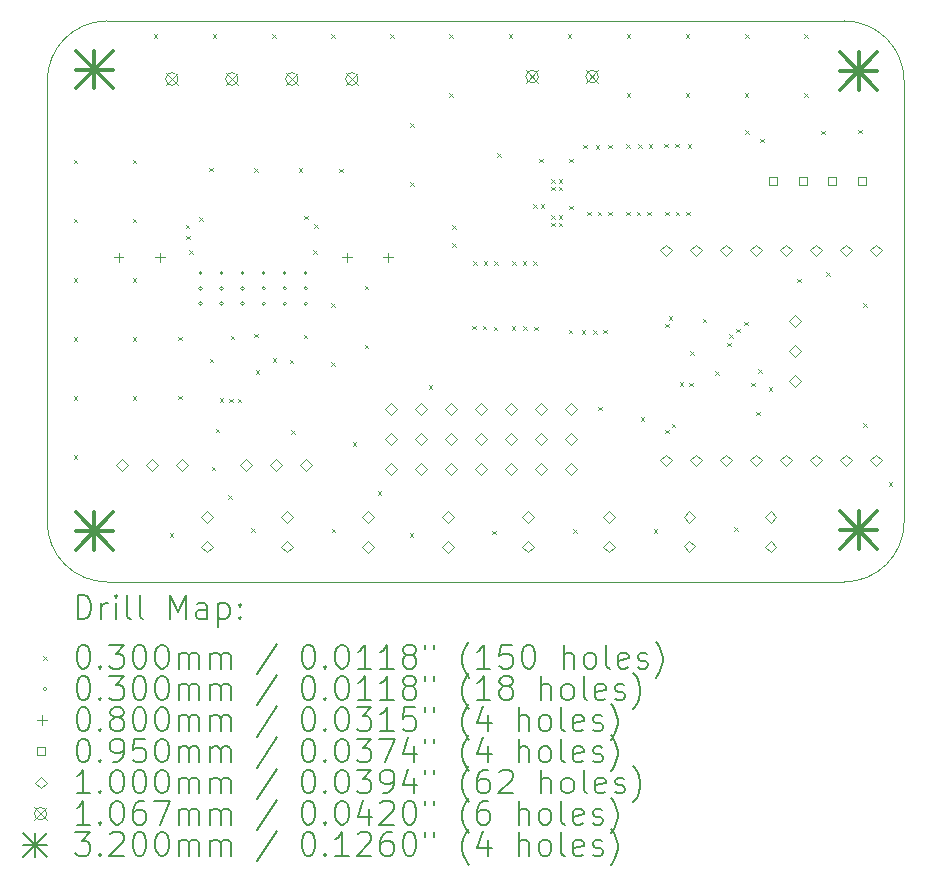
<source format=gbr>
%TF.GenerationSoftware,KiCad,Pcbnew,7.0.5*%
%TF.CreationDate,2024-02-12T19:58:55-06:00*%
%TF.ProjectId,ATTinyBreakOut_DFRobot_Amp,41545469-6e79-4427-9265-616b4f75745f,rev?*%
%TF.SameCoordinates,Original*%
%TF.FileFunction,Drillmap*%
%TF.FilePolarity,Positive*%
%FSLAX45Y45*%
G04 Gerber Fmt 4.5, Leading zero omitted, Abs format (unit mm)*
G04 Created by KiCad (PCBNEW 7.0.5) date 2024-02-12 19:58:55*
%MOMM*%
%LPD*%
G01*
G04 APERTURE LIST*
%ADD10C,0.050000*%
%ADD11C,0.200000*%
%ADD12C,0.030000*%
%ADD13C,0.080000*%
%ADD14C,0.095000*%
%ADD15C,0.100000*%
%ADD16C,0.106680*%
%ADD17C,0.320000*%
G04 APERTURE END LIST*
D10*
X18075400Y-7366400D02*
G75*
G03*
X17567400Y-6858400I-508000J0D01*
G01*
X11328400Y-6858400D02*
X17567400Y-6858400D01*
X10820400Y-7366400D02*
X10820000Y-11100000D01*
X18075400Y-11100000D02*
X18075400Y-7366400D01*
X17567350Y-11608000D02*
G75*
G03*
X18075400Y-11100000I50J508000D01*
G01*
X11328400Y-6858400D02*
G75*
G03*
X10820400Y-7366400I0J-508000D01*
G01*
X11328000Y-11608050D02*
X17567350Y-11608000D01*
X10820000Y-11100000D02*
G75*
G03*
X11328000Y-11608050I508000J-50D01*
G01*
D11*
D12*
X11045000Y-8035000D02*
X11075000Y-8065000D01*
X11075000Y-8035000D02*
X11045000Y-8065000D01*
X11045000Y-8535000D02*
X11075000Y-8565000D01*
X11075000Y-8535000D02*
X11045000Y-8565000D01*
X11045000Y-9035000D02*
X11075000Y-9065000D01*
X11075000Y-9035000D02*
X11045000Y-9065000D01*
X11045000Y-9535000D02*
X11075000Y-9565000D01*
X11075000Y-9535000D02*
X11045000Y-9565000D01*
X11045000Y-10035000D02*
X11075000Y-10065000D01*
X11075000Y-10035000D02*
X11045000Y-10065000D01*
X11045000Y-10535000D02*
X11075000Y-10565000D01*
X11075000Y-10535000D02*
X11045000Y-10565000D01*
X11545000Y-8035000D02*
X11575000Y-8065000D01*
X11575000Y-8035000D02*
X11545000Y-8065000D01*
X11545000Y-8535000D02*
X11575000Y-8565000D01*
X11575000Y-8535000D02*
X11545000Y-8565000D01*
X11545000Y-9035000D02*
X11575000Y-9065000D01*
X11575000Y-9035000D02*
X11545000Y-9065000D01*
X11545000Y-9535000D02*
X11575000Y-9565000D01*
X11575000Y-9535000D02*
X11545000Y-9565000D01*
X11545000Y-10035000D02*
X11575000Y-10065000D01*
X11575000Y-10035000D02*
X11545000Y-10065000D01*
X11722000Y-6970000D02*
X11752000Y-7000000D01*
X11752000Y-6970000D02*
X11722000Y-7000000D01*
X11858000Y-11197000D02*
X11888000Y-11227000D01*
X11888000Y-11197000D02*
X11858000Y-11227000D01*
X11931000Y-9533000D02*
X11961000Y-9563000D01*
X11961000Y-9533000D02*
X11931000Y-9563000D01*
X11931000Y-10033000D02*
X11961000Y-10063000D01*
X11961000Y-10033000D02*
X11931000Y-10063000D01*
X11993000Y-8583000D02*
X12023000Y-8613000D01*
X12023000Y-8583000D02*
X11993000Y-8613000D01*
X11997000Y-8677000D02*
X12027000Y-8707000D01*
X12027000Y-8677000D02*
X11997000Y-8707000D01*
X12023000Y-8798000D02*
X12053000Y-8828000D01*
X12053000Y-8798000D02*
X12023000Y-8828000D01*
X12109000Y-8522000D02*
X12139000Y-8552000D01*
X12139000Y-8522000D02*
X12109000Y-8552000D01*
X12193000Y-8103000D02*
X12223000Y-8133000D01*
X12223000Y-8103000D02*
X12193000Y-8133000D01*
X12195000Y-9718000D02*
X12225000Y-9748000D01*
X12225000Y-9718000D02*
X12195000Y-9748000D01*
X12212000Y-10631000D02*
X12242000Y-10661000D01*
X12242000Y-10631000D02*
X12212000Y-10661000D01*
X12222000Y-6970000D02*
X12252000Y-7000000D01*
X12252000Y-6970000D02*
X12222000Y-7000000D01*
X12248000Y-10313000D02*
X12278000Y-10343000D01*
X12278000Y-10313000D02*
X12248000Y-10343000D01*
X12282000Y-10055000D02*
X12312000Y-10085000D01*
X12312000Y-10055000D02*
X12282000Y-10085000D01*
X12351000Y-10872000D02*
X12381000Y-10902000D01*
X12381000Y-10872000D02*
X12351000Y-10902000D01*
X12360000Y-10056000D02*
X12390000Y-10086000D01*
X12390000Y-10056000D02*
X12360000Y-10086000D01*
X12375000Y-9523000D02*
X12405000Y-9553000D01*
X12405000Y-9523000D02*
X12375000Y-9553000D01*
X12435000Y-10056000D02*
X12465000Y-10086000D01*
X12465000Y-10056000D02*
X12435000Y-10086000D01*
X12549000Y-11155000D02*
X12579000Y-11185000D01*
X12579000Y-11155000D02*
X12549000Y-11185000D01*
X12573000Y-8107000D02*
X12603000Y-8137000D01*
X12603000Y-8107000D02*
X12573000Y-8137000D01*
X12573960Y-9508120D02*
X12603960Y-9538120D01*
X12603960Y-9508120D02*
X12573960Y-9538120D01*
X12586000Y-9816000D02*
X12616000Y-9846000D01*
X12616000Y-9816000D02*
X12586000Y-9846000D01*
X12724000Y-6970000D02*
X12754000Y-7000000D01*
X12754000Y-6970000D02*
X12724000Y-7000000D01*
X12728000Y-9715000D02*
X12758000Y-9745000D01*
X12758000Y-9715000D02*
X12728000Y-9745000D01*
X12872000Y-9728000D02*
X12902000Y-9758000D01*
X12902000Y-9728000D02*
X12872000Y-9758000D01*
X12887000Y-10326000D02*
X12917000Y-10356000D01*
X12917000Y-10326000D02*
X12887000Y-10356000D01*
X12950000Y-8104000D02*
X12980000Y-8134000D01*
X12980000Y-8104000D02*
X12950000Y-8134000D01*
X12993000Y-9515000D02*
X13023000Y-9545000D01*
X13023000Y-9515000D02*
X12993000Y-9545000D01*
X12996000Y-8507000D02*
X13026000Y-8537000D01*
X13026000Y-8507000D02*
X12996000Y-8537000D01*
X13074000Y-8801000D02*
X13104000Y-8831000D01*
X13104000Y-8801000D02*
X13074000Y-8831000D01*
X13080000Y-8582000D02*
X13110000Y-8612000D01*
X13110000Y-8582000D02*
X13080000Y-8612000D01*
X13224000Y-6970000D02*
X13254000Y-7000000D01*
X13254000Y-6970000D02*
X13224000Y-7000000D01*
X13225000Y-9250000D02*
X13255000Y-9280000D01*
X13255000Y-9250000D02*
X13225000Y-9280000D01*
X13225000Y-9750000D02*
X13255000Y-9780000D01*
X13255000Y-9750000D02*
X13225000Y-9780000D01*
X13230000Y-11157000D02*
X13260000Y-11187000D01*
X13260000Y-11157000D02*
X13230000Y-11187000D01*
X13295000Y-8108000D02*
X13325000Y-8138000D01*
X13325000Y-8108000D02*
X13295000Y-8138000D01*
X13406000Y-10424000D02*
X13436000Y-10454000D01*
X13436000Y-10424000D02*
X13406000Y-10454000D01*
X13510000Y-9101000D02*
X13540000Y-9131000D01*
X13540000Y-9101000D02*
X13510000Y-9131000D01*
X13510000Y-9601000D02*
X13540000Y-9631000D01*
X13540000Y-9601000D02*
X13510000Y-9631000D01*
X13618000Y-10839050D02*
X13648000Y-10869050D01*
X13648000Y-10839050D02*
X13618000Y-10869050D01*
X13724000Y-6970000D02*
X13754000Y-7000000D01*
X13754000Y-6970000D02*
X13724000Y-7000000D01*
X13890000Y-11197000D02*
X13920000Y-11227000D01*
X13920000Y-11197000D02*
X13890000Y-11227000D01*
X13895000Y-7726000D02*
X13925000Y-7756000D01*
X13925000Y-7726000D02*
X13895000Y-7756000D01*
X13895000Y-8226000D02*
X13925000Y-8256000D01*
X13925000Y-8226000D02*
X13895000Y-8256000D01*
X14049000Y-9941000D02*
X14079000Y-9971000D01*
X14079000Y-9941000D02*
X14049000Y-9971000D01*
X14224000Y-6970000D02*
X14254000Y-7000000D01*
X14254000Y-6970000D02*
X14224000Y-7000000D01*
X14224000Y-7470000D02*
X14254000Y-7500000D01*
X14254000Y-7470000D02*
X14224000Y-7500000D01*
X14249100Y-8587600D02*
X14279100Y-8617600D01*
X14279100Y-8587600D02*
X14249100Y-8617600D01*
X14249100Y-8740000D02*
X14279100Y-8770000D01*
X14279100Y-8740000D02*
X14249100Y-8770000D01*
X14420000Y-9439000D02*
X14450000Y-9469000D01*
X14450000Y-9439000D02*
X14420000Y-9469000D01*
X14426900Y-8892400D02*
X14456900Y-8922400D01*
X14456900Y-8892400D02*
X14426900Y-8922400D01*
X14508000Y-9440000D02*
X14538000Y-9470000D01*
X14538000Y-9440000D02*
X14508000Y-9470000D01*
X14515800Y-8892400D02*
X14545800Y-8922400D01*
X14545800Y-8892400D02*
X14515800Y-8922400D01*
X14590000Y-11174000D02*
X14620000Y-11204000D01*
X14620000Y-11174000D02*
X14590000Y-11204000D01*
X14602000Y-9446000D02*
X14632000Y-9476000D01*
X14632000Y-9446000D02*
X14602000Y-9476000D01*
X14604700Y-8892400D02*
X14634700Y-8922400D01*
X14634700Y-8892400D02*
X14604700Y-8922400D01*
X14630100Y-7978000D02*
X14660100Y-8008000D01*
X14660100Y-7978000D02*
X14630100Y-8008000D01*
X14726000Y-6970000D02*
X14756000Y-7000000D01*
X14756000Y-6970000D02*
X14726000Y-7000000D01*
X14753000Y-9444000D02*
X14783000Y-9474000D01*
X14783000Y-9444000D02*
X14753000Y-9474000D01*
X14757100Y-8892400D02*
X14787100Y-8922400D01*
X14787100Y-8892400D02*
X14757100Y-8922400D01*
X14846000Y-8892400D02*
X14876000Y-8922400D01*
X14876000Y-8892400D02*
X14846000Y-8922400D01*
X14850000Y-9444000D02*
X14880000Y-9474000D01*
X14880000Y-9444000D02*
X14850000Y-9474000D01*
X14934900Y-8409800D02*
X14964900Y-8439800D01*
X14964900Y-8409800D02*
X14934900Y-8439800D01*
X14934900Y-8892400D02*
X14964900Y-8922400D01*
X14964900Y-8892400D02*
X14934900Y-8922400D01*
X14946000Y-9447000D02*
X14976000Y-9477000D01*
X14976000Y-9447000D02*
X14946000Y-9477000D01*
X14985000Y-8024000D02*
X15015000Y-8054000D01*
X15015000Y-8024000D02*
X14985000Y-8054000D01*
X14998400Y-8409800D02*
X15028400Y-8439800D01*
X15028400Y-8409800D02*
X14998400Y-8439800D01*
X15087300Y-8200250D02*
X15117300Y-8230250D01*
X15117300Y-8200250D02*
X15087300Y-8230250D01*
X15087300Y-8263750D02*
X15117300Y-8293750D01*
X15117300Y-8263750D02*
X15087300Y-8293750D01*
X15087300Y-8505050D02*
X15117300Y-8535050D01*
X15117300Y-8505050D02*
X15087300Y-8535050D01*
X15087300Y-8568550D02*
X15117300Y-8598550D01*
X15117300Y-8568550D02*
X15087300Y-8598550D01*
X15150800Y-8200250D02*
X15180800Y-8230250D01*
X15180800Y-8200250D02*
X15150800Y-8230250D01*
X15150800Y-8263750D02*
X15180800Y-8293750D01*
X15180800Y-8263750D02*
X15150800Y-8293750D01*
X15150800Y-8505050D02*
X15180800Y-8535050D01*
X15180800Y-8505050D02*
X15150800Y-8535050D01*
X15150800Y-8568550D02*
X15180800Y-8598550D01*
X15180800Y-8568550D02*
X15150800Y-8598550D01*
X15226000Y-6970000D02*
X15256000Y-7000000D01*
X15256000Y-6970000D02*
X15226000Y-7000000D01*
X15236000Y-9472000D02*
X15266000Y-9502000D01*
X15266000Y-9472000D02*
X15236000Y-9502000D01*
X15238000Y-8026000D02*
X15268000Y-8056000D01*
X15268000Y-8026000D02*
X15238000Y-8056000D01*
X15239700Y-8422500D02*
X15269700Y-8452500D01*
X15269700Y-8422500D02*
X15239700Y-8452500D01*
X15274000Y-11162000D02*
X15304000Y-11192000D01*
X15304000Y-11162000D02*
X15274000Y-11192000D01*
X15346000Y-9475000D02*
X15376000Y-9505000D01*
X15376000Y-9475000D02*
X15346000Y-9505000D01*
X15359000Y-7908000D02*
X15389000Y-7938000D01*
X15389000Y-7908000D02*
X15359000Y-7938000D01*
X15392100Y-8473300D02*
X15422100Y-8503300D01*
X15422100Y-8473300D02*
X15392100Y-8503300D01*
X15444000Y-9476000D02*
X15474000Y-9506000D01*
X15474000Y-9476000D02*
X15444000Y-9506000D01*
X15465000Y-7909000D02*
X15495000Y-7939000D01*
X15495000Y-7909000D02*
X15465000Y-7939000D01*
X15481000Y-8473300D02*
X15511000Y-8503300D01*
X15511000Y-8473300D02*
X15481000Y-8503300D01*
X15485000Y-10125000D02*
X15515000Y-10155000D01*
X15515000Y-10125000D02*
X15485000Y-10155000D01*
X15530000Y-9474000D02*
X15560000Y-9504000D01*
X15560000Y-9474000D02*
X15530000Y-9504000D01*
X15569900Y-8473300D02*
X15599900Y-8503300D01*
X15599900Y-8473300D02*
X15569900Y-8503300D01*
X15571000Y-7905000D02*
X15601000Y-7935000D01*
X15601000Y-7905000D02*
X15571000Y-7935000D01*
X15722300Y-8473300D02*
X15752300Y-8503300D01*
X15752300Y-8473300D02*
X15722300Y-8503300D01*
X15723000Y-7902000D02*
X15753000Y-7932000D01*
X15753000Y-7902000D02*
X15723000Y-7932000D01*
X15726000Y-6970000D02*
X15756000Y-7000000D01*
X15756000Y-6970000D02*
X15726000Y-7000000D01*
X15726000Y-7470000D02*
X15756000Y-7500000D01*
X15756000Y-7470000D02*
X15726000Y-7500000D01*
X15811200Y-8473300D02*
X15841200Y-8503300D01*
X15841200Y-8473300D02*
X15811200Y-8503300D01*
X15824000Y-7903000D02*
X15854000Y-7933000D01*
X15854000Y-7903000D02*
X15824000Y-7933000D01*
X15845000Y-10213000D02*
X15875000Y-10243000D01*
X15875000Y-10213000D02*
X15845000Y-10243000D01*
X15900100Y-8473300D02*
X15930100Y-8503300D01*
X15930100Y-8473300D02*
X15900100Y-8503300D01*
X15915000Y-7903000D02*
X15945000Y-7933000D01*
X15945000Y-7903000D02*
X15915000Y-7933000D01*
X15957000Y-11160000D02*
X15987000Y-11190000D01*
X15987000Y-11160000D02*
X15957000Y-11190000D01*
X16046000Y-7898000D02*
X16076000Y-7928000D01*
X16076000Y-7898000D02*
X16046000Y-7928000D01*
X16052500Y-8473300D02*
X16082500Y-8503300D01*
X16082500Y-8473300D02*
X16052500Y-8503300D01*
X16053000Y-9422000D02*
X16083000Y-9452000D01*
X16083000Y-9422000D02*
X16053000Y-9452000D01*
X16053000Y-10319000D02*
X16083000Y-10349000D01*
X16083000Y-10319000D02*
X16053000Y-10349000D01*
X16084171Y-9356377D02*
X16114171Y-9386377D01*
X16114171Y-9356377D02*
X16084171Y-9386377D01*
X16108150Y-10268150D02*
X16138150Y-10298150D01*
X16138150Y-10268150D02*
X16108150Y-10298150D01*
X16136000Y-7899000D02*
X16166000Y-7929000D01*
X16166000Y-7899000D02*
X16136000Y-7929000D01*
X16141400Y-8473300D02*
X16171400Y-8503300D01*
X16171400Y-8473300D02*
X16141400Y-8503300D01*
X16176922Y-9918928D02*
X16206922Y-9948928D01*
X16206922Y-9918928D02*
X16176922Y-9948928D01*
X16226000Y-6970000D02*
X16256000Y-7000000D01*
X16256000Y-6970000D02*
X16226000Y-7000000D01*
X16226000Y-7470000D02*
X16256000Y-7500000D01*
X16256000Y-7470000D02*
X16226000Y-7500000D01*
X16230300Y-8473300D02*
X16260300Y-8503300D01*
X16260300Y-8473300D02*
X16230300Y-8503300D01*
X16242000Y-7902000D02*
X16272000Y-7932000D01*
X16272000Y-7902000D02*
X16242000Y-7932000D01*
X16257000Y-9919850D02*
X16287000Y-9949850D01*
X16287000Y-9919850D02*
X16257000Y-9949850D01*
X16265000Y-9655000D02*
X16295000Y-9685000D01*
X16295000Y-9655000D02*
X16265000Y-9685000D01*
X16371000Y-9379000D02*
X16401000Y-9409000D01*
X16401000Y-9379000D02*
X16371000Y-9409000D01*
X16474103Y-9825823D02*
X16504103Y-9855823D01*
X16504103Y-9825823D02*
X16474103Y-9855823D01*
X16576850Y-9582456D02*
X16606850Y-9612456D01*
X16606850Y-9582456D02*
X16576850Y-9612456D01*
X16595946Y-9510218D02*
X16625946Y-9540218D01*
X16625946Y-9510218D02*
X16595946Y-9540218D01*
X16638000Y-11146000D02*
X16668000Y-11176000D01*
X16668000Y-11146000D02*
X16638000Y-11176000D01*
X16652000Y-9464000D02*
X16682000Y-9494000D01*
X16682000Y-9464000D02*
X16652000Y-9494000D01*
X16722000Y-9407000D02*
X16752000Y-9437000D01*
X16752000Y-9407000D02*
X16722000Y-9437000D01*
X16726000Y-7470000D02*
X16756000Y-7500000D01*
X16756000Y-7470000D02*
X16726000Y-7500000D01*
X16728000Y-6970000D02*
X16758000Y-7000000D01*
X16758000Y-6970000D02*
X16728000Y-7000000D01*
X16732000Y-7782000D02*
X16762000Y-7812000D01*
X16762000Y-7782000D02*
X16732000Y-7812000D01*
X16783000Y-9919850D02*
X16813000Y-9949850D01*
X16813000Y-9919850D02*
X16783000Y-9949850D01*
X16822003Y-10168997D02*
X16852003Y-10198997D01*
X16852003Y-10168997D02*
X16822003Y-10198997D01*
X16840000Y-9808000D02*
X16870000Y-9838000D01*
X16870000Y-9808000D02*
X16840000Y-9838000D01*
X16859000Y-7856000D02*
X16889000Y-7886000D01*
X16889000Y-7856000D02*
X16859000Y-7886000D01*
X16930000Y-9958000D02*
X16960000Y-9988000D01*
X16960000Y-9958000D02*
X16930000Y-9988000D01*
X17172000Y-9043000D02*
X17202000Y-9073000D01*
X17202000Y-9043000D02*
X17172000Y-9073000D01*
X17228000Y-6970000D02*
X17258000Y-7000000D01*
X17258000Y-6970000D02*
X17228000Y-7000000D01*
X17228000Y-7470000D02*
X17258000Y-7500000D01*
X17258000Y-7470000D02*
X17228000Y-7500000D01*
X17375000Y-7790000D02*
X17405000Y-7820000D01*
X17405000Y-7790000D02*
X17375000Y-7820000D01*
X17418000Y-8987850D02*
X17448000Y-9017850D01*
X17448000Y-8987850D02*
X17418000Y-9017850D01*
X17688000Y-7780000D02*
X17718000Y-7810000D01*
X17718000Y-7780000D02*
X17688000Y-7810000D01*
X17730000Y-9247000D02*
X17760000Y-9277000D01*
X17760000Y-9247000D02*
X17730000Y-9277000D01*
X17730000Y-10263000D02*
X17760000Y-10293000D01*
X17760000Y-10263000D02*
X17730000Y-10293000D01*
X17945000Y-10765000D02*
X17975000Y-10795000D01*
X17975000Y-10765000D02*
X17945000Y-10795000D01*
X12133560Y-8992320D02*
G75*
G03*
X12133560Y-8992320I-15000J0D01*
G01*
X12133560Y-9122320D02*
G75*
G03*
X12133560Y-9122320I-15000J0D01*
G01*
X12133560Y-9252320D02*
G75*
G03*
X12133560Y-9252320I-15000J0D01*
G01*
X12311560Y-8992320D02*
G75*
G03*
X12311560Y-8992320I-15000J0D01*
G01*
X12311560Y-9122320D02*
G75*
G03*
X12311560Y-9122320I-15000J0D01*
G01*
X12311560Y-9252320D02*
G75*
G03*
X12311560Y-9252320I-15000J0D01*
G01*
X12489560Y-8992320D02*
G75*
G03*
X12489560Y-8992320I-15000J0D01*
G01*
X12489560Y-9122320D02*
G75*
G03*
X12489560Y-9122320I-15000J0D01*
G01*
X12489560Y-9252320D02*
G75*
G03*
X12489560Y-9252320I-15000J0D01*
G01*
X12667560Y-8992320D02*
G75*
G03*
X12667560Y-8992320I-15000J0D01*
G01*
X12667560Y-9122320D02*
G75*
G03*
X12667560Y-9122320I-15000J0D01*
G01*
X12667560Y-9252320D02*
G75*
G03*
X12667560Y-9252320I-15000J0D01*
G01*
X12845560Y-8992320D02*
G75*
G03*
X12845560Y-8992320I-15000J0D01*
G01*
X12845560Y-9122320D02*
G75*
G03*
X12845560Y-9122320I-15000J0D01*
G01*
X12845560Y-9252320D02*
G75*
G03*
X12845560Y-9252320I-15000J0D01*
G01*
X13023560Y-8992320D02*
G75*
G03*
X13023560Y-8992320I-15000J0D01*
G01*
X13023560Y-9122320D02*
G75*
G03*
X13023560Y-9122320I-15000J0D01*
G01*
X13023560Y-9252320D02*
G75*
G03*
X13023560Y-9252320I-15000J0D01*
G01*
D13*
X11425000Y-8821000D02*
X11425000Y-8901000D01*
X11385000Y-8861000D02*
X11465000Y-8861000D01*
X11775000Y-8821000D02*
X11775000Y-8901000D01*
X11735000Y-8861000D02*
X11815000Y-8861000D01*
X13357000Y-8821000D02*
X13357000Y-8901000D01*
X13317000Y-8861000D02*
X13397000Y-8861000D01*
X13707000Y-8821000D02*
X13707000Y-8901000D01*
X13667000Y-8861000D02*
X13747000Y-8861000D01*
D14*
X16999588Y-8243588D02*
X16999588Y-8176412D01*
X16932412Y-8176412D01*
X16932412Y-8243588D01*
X16999588Y-8243588D01*
X17249588Y-8243588D02*
X17249588Y-8176412D01*
X17182412Y-8176412D01*
X17182412Y-8243588D01*
X17249588Y-8243588D01*
X17499588Y-8243588D02*
X17499588Y-8176412D01*
X17432412Y-8176412D01*
X17432412Y-8243588D01*
X17499588Y-8243588D01*
X17749588Y-8243588D02*
X17749588Y-8176412D01*
X17682412Y-8176412D01*
X17682412Y-8243588D01*
X17749588Y-8243588D01*
D15*
X11452000Y-10670000D02*
X11502000Y-10620000D01*
X11452000Y-10570000D01*
X11402000Y-10620000D01*
X11452000Y-10670000D01*
X11706000Y-10670000D02*
X11756000Y-10620000D01*
X11706000Y-10570000D01*
X11656000Y-10620000D01*
X11706000Y-10670000D01*
X11960000Y-10670000D02*
X12010000Y-10620000D01*
X11960000Y-10570000D01*
X11910000Y-10620000D01*
X11960000Y-10670000D01*
X12170000Y-11109000D02*
X12220000Y-11059000D01*
X12170000Y-11009000D01*
X12120000Y-11059000D01*
X12170000Y-11109000D01*
X12170000Y-11359000D02*
X12220000Y-11309000D01*
X12170000Y-11259000D01*
X12120000Y-11309000D01*
X12170000Y-11359000D01*
X12502000Y-10670000D02*
X12552000Y-10620000D01*
X12502000Y-10570000D01*
X12452000Y-10620000D01*
X12502000Y-10670000D01*
X12756000Y-10670000D02*
X12806000Y-10620000D01*
X12756000Y-10570000D01*
X12706000Y-10620000D01*
X12756000Y-10670000D01*
X12851000Y-11109000D02*
X12901000Y-11059000D01*
X12851000Y-11009000D01*
X12801000Y-11059000D01*
X12851000Y-11109000D01*
X12851000Y-11359000D02*
X12901000Y-11309000D01*
X12851000Y-11259000D01*
X12801000Y-11309000D01*
X12851000Y-11359000D01*
X13010000Y-10670000D02*
X13060000Y-10620000D01*
X13010000Y-10570000D01*
X12960000Y-10620000D01*
X13010000Y-10670000D01*
X13533000Y-11110000D02*
X13583000Y-11060000D01*
X13533000Y-11010000D01*
X13483000Y-11060000D01*
X13533000Y-11110000D01*
X13533000Y-11360000D02*
X13583000Y-11310000D01*
X13533000Y-11260000D01*
X13483000Y-11310000D01*
X13533000Y-11360000D01*
X13728000Y-10193000D02*
X13778000Y-10143000D01*
X13728000Y-10093000D01*
X13678000Y-10143000D01*
X13728000Y-10193000D01*
X13728000Y-10447000D02*
X13778000Y-10397000D01*
X13728000Y-10347000D01*
X13678000Y-10397000D01*
X13728000Y-10447000D01*
X13728000Y-10701000D02*
X13778000Y-10651000D01*
X13728000Y-10601000D01*
X13678000Y-10651000D01*
X13728000Y-10701000D01*
X13982000Y-10193000D02*
X14032000Y-10143000D01*
X13982000Y-10093000D01*
X13932000Y-10143000D01*
X13982000Y-10193000D01*
X13982000Y-10447000D02*
X14032000Y-10397000D01*
X13982000Y-10347000D01*
X13932000Y-10397000D01*
X13982000Y-10447000D01*
X13982000Y-10701000D02*
X14032000Y-10651000D01*
X13982000Y-10601000D01*
X13932000Y-10651000D01*
X13982000Y-10701000D01*
X14213000Y-11110000D02*
X14263000Y-11060000D01*
X14213000Y-11010000D01*
X14163000Y-11060000D01*
X14213000Y-11110000D01*
X14213000Y-11360000D02*
X14263000Y-11310000D01*
X14213000Y-11260000D01*
X14163000Y-11310000D01*
X14213000Y-11360000D01*
X14236000Y-10193000D02*
X14286000Y-10143000D01*
X14236000Y-10093000D01*
X14186000Y-10143000D01*
X14236000Y-10193000D01*
X14236000Y-10447000D02*
X14286000Y-10397000D01*
X14236000Y-10347000D01*
X14186000Y-10397000D01*
X14236000Y-10447000D01*
X14236000Y-10701000D02*
X14286000Y-10651000D01*
X14236000Y-10601000D01*
X14186000Y-10651000D01*
X14236000Y-10701000D01*
X14490000Y-10193000D02*
X14540000Y-10143000D01*
X14490000Y-10093000D01*
X14440000Y-10143000D01*
X14490000Y-10193000D01*
X14490000Y-10447000D02*
X14540000Y-10397000D01*
X14490000Y-10347000D01*
X14440000Y-10397000D01*
X14490000Y-10447000D01*
X14490000Y-10701000D02*
X14540000Y-10651000D01*
X14490000Y-10601000D01*
X14440000Y-10651000D01*
X14490000Y-10701000D01*
X14744000Y-10193000D02*
X14794000Y-10143000D01*
X14744000Y-10093000D01*
X14694000Y-10143000D01*
X14744000Y-10193000D01*
X14744000Y-10447000D02*
X14794000Y-10397000D01*
X14744000Y-10347000D01*
X14694000Y-10397000D01*
X14744000Y-10447000D01*
X14744000Y-10701000D02*
X14794000Y-10651000D01*
X14744000Y-10601000D01*
X14694000Y-10651000D01*
X14744000Y-10701000D01*
X14893500Y-11109000D02*
X14943500Y-11059000D01*
X14893500Y-11009000D01*
X14843500Y-11059000D01*
X14893500Y-11109000D01*
X14893500Y-11359000D02*
X14943500Y-11309000D01*
X14893500Y-11259000D01*
X14843500Y-11309000D01*
X14893500Y-11359000D01*
X14998000Y-10193000D02*
X15048000Y-10143000D01*
X14998000Y-10093000D01*
X14948000Y-10143000D01*
X14998000Y-10193000D01*
X14998000Y-10447000D02*
X15048000Y-10397000D01*
X14998000Y-10347000D01*
X14948000Y-10397000D01*
X14998000Y-10447000D01*
X14998000Y-10701000D02*
X15048000Y-10651000D01*
X14998000Y-10601000D01*
X14948000Y-10651000D01*
X14998000Y-10701000D01*
X15252000Y-10193000D02*
X15302000Y-10143000D01*
X15252000Y-10093000D01*
X15202000Y-10143000D01*
X15252000Y-10193000D01*
X15252000Y-10447000D02*
X15302000Y-10397000D01*
X15252000Y-10347000D01*
X15202000Y-10397000D01*
X15252000Y-10447000D01*
X15252000Y-10701000D02*
X15302000Y-10651000D01*
X15252000Y-10601000D01*
X15202000Y-10651000D01*
X15252000Y-10701000D01*
X15575000Y-11109000D02*
X15625000Y-11059000D01*
X15575000Y-11009000D01*
X15525000Y-11059000D01*
X15575000Y-11109000D01*
X15575000Y-11359000D02*
X15625000Y-11309000D01*
X15575000Y-11259000D01*
X15525000Y-11309000D01*
X15575000Y-11359000D01*
X16060000Y-8852000D02*
X16110000Y-8802000D01*
X16060000Y-8752000D01*
X16010000Y-8802000D01*
X16060000Y-8852000D01*
X16060000Y-10630000D02*
X16110000Y-10580000D01*
X16060000Y-10530000D01*
X16010000Y-10580000D01*
X16060000Y-10630000D01*
X16258000Y-11108000D02*
X16308000Y-11058000D01*
X16258000Y-11008000D01*
X16208000Y-11058000D01*
X16258000Y-11108000D01*
X16258000Y-11358000D02*
X16308000Y-11308000D01*
X16258000Y-11258000D01*
X16208000Y-11308000D01*
X16258000Y-11358000D01*
X16314000Y-8852000D02*
X16364000Y-8802000D01*
X16314000Y-8752000D01*
X16264000Y-8802000D01*
X16314000Y-8852000D01*
X16314000Y-10630000D02*
X16364000Y-10580000D01*
X16314000Y-10530000D01*
X16264000Y-10580000D01*
X16314000Y-10630000D01*
X16568000Y-8852000D02*
X16618000Y-8802000D01*
X16568000Y-8752000D01*
X16518000Y-8802000D01*
X16568000Y-8852000D01*
X16568000Y-10630000D02*
X16618000Y-10580000D01*
X16568000Y-10530000D01*
X16518000Y-10580000D01*
X16568000Y-10630000D01*
X16822000Y-8852000D02*
X16872000Y-8802000D01*
X16822000Y-8752000D01*
X16772000Y-8802000D01*
X16822000Y-8852000D01*
X16822000Y-10630000D02*
X16872000Y-10580000D01*
X16822000Y-10530000D01*
X16772000Y-10580000D01*
X16822000Y-10630000D01*
X16945000Y-11109000D02*
X16995000Y-11059000D01*
X16945000Y-11009000D01*
X16895000Y-11059000D01*
X16945000Y-11109000D01*
X16945000Y-11359000D02*
X16995000Y-11309000D01*
X16945000Y-11259000D01*
X16895000Y-11309000D01*
X16945000Y-11359000D01*
X17076000Y-8852000D02*
X17126000Y-8802000D01*
X17076000Y-8752000D01*
X17026000Y-8802000D01*
X17076000Y-8852000D01*
X17076000Y-10630000D02*
X17126000Y-10580000D01*
X17076000Y-10530000D01*
X17026000Y-10580000D01*
X17076000Y-10630000D01*
X17150000Y-9452000D02*
X17200000Y-9402000D01*
X17150000Y-9352000D01*
X17100000Y-9402000D01*
X17150000Y-9452000D01*
X17150000Y-9706000D02*
X17200000Y-9656000D01*
X17150000Y-9606000D01*
X17100000Y-9656000D01*
X17150000Y-9706000D01*
X17150000Y-9960000D02*
X17200000Y-9910000D01*
X17150000Y-9860000D01*
X17100000Y-9910000D01*
X17150000Y-9960000D01*
X17330000Y-8852000D02*
X17380000Y-8802000D01*
X17330000Y-8752000D01*
X17280000Y-8802000D01*
X17330000Y-8852000D01*
X17330000Y-10630000D02*
X17380000Y-10580000D01*
X17330000Y-10530000D01*
X17280000Y-10580000D01*
X17330000Y-10630000D01*
X17584000Y-8852000D02*
X17634000Y-8802000D01*
X17584000Y-8752000D01*
X17534000Y-8802000D01*
X17584000Y-8852000D01*
X17584000Y-10630000D02*
X17634000Y-10580000D01*
X17584000Y-10530000D01*
X17534000Y-10580000D01*
X17584000Y-10630000D01*
X17838000Y-8852000D02*
X17888000Y-8802000D01*
X17838000Y-8752000D01*
X17788000Y-8802000D01*
X17838000Y-8852000D01*
X17838000Y-10630000D02*
X17888000Y-10580000D01*
X17838000Y-10530000D01*
X17788000Y-10580000D01*
X17838000Y-10630000D01*
D16*
X11822660Y-7296660D02*
X11929340Y-7403340D01*
X11929340Y-7296660D02*
X11822660Y-7403340D01*
X11929340Y-7350000D02*
G75*
G03*
X11929340Y-7350000I-53340J0D01*
G01*
X12330660Y-7296660D02*
X12437340Y-7403340D01*
X12437340Y-7296660D02*
X12330660Y-7403340D01*
X12437340Y-7350000D02*
G75*
G03*
X12437340Y-7350000I-53340J0D01*
G01*
X12838660Y-7296660D02*
X12945340Y-7403340D01*
X12945340Y-7296660D02*
X12838660Y-7403340D01*
X12945340Y-7350000D02*
G75*
G03*
X12945340Y-7350000I-53340J0D01*
G01*
X13346660Y-7296660D02*
X13453340Y-7403340D01*
X13453340Y-7296660D02*
X13346660Y-7403340D01*
X13453340Y-7350000D02*
G75*
G03*
X13453340Y-7350000I-53340J0D01*
G01*
X14872660Y-7276660D02*
X14979340Y-7383340D01*
X14979340Y-7276660D02*
X14872660Y-7383340D01*
X14979340Y-7330000D02*
G75*
G03*
X14979340Y-7330000I-53340J0D01*
G01*
X15380660Y-7276660D02*
X15487340Y-7383340D01*
X15487340Y-7276660D02*
X15380660Y-7383340D01*
X15487340Y-7330000D02*
G75*
G03*
X15487340Y-7330000I-53340J0D01*
G01*
D17*
X11060000Y-7110000D02*
X11380000Y-7430000D01*
X11380000Y-7110000D02*
X11060000Y-7430000D01*
X11220000Y-7110000D02*
X11220000Y-7430000D01*
X11060000Y-7270000D02*
X11380000Y-7270000D01*
X11060000Y-11020000D02*
X11380000Y-11340000D01*
X11380000Y-11020000D02*
X11060000Y-11340000D01*
X11220000Y-11020000D02*
X11220000Y-11340000D01*
X11060000Y-11180000D02*
X11380000Y-11180000D01*
X17530000Y-7120000D02*
X17850000Y-7440000D01*
X17850000Y-7120000D02*
X17530000Y-7440000D01*
X17690000Y-7120000D02*
X17690000Y-7440000D01*
X17530000Y-7280000D02*
X17850000Y-7280000D01*
X17530000Y-11010000D02*
X17850000Y-11330000D01*
X17850000Y-11010000D02*
X17530000Y-11330000D01*
X17690000Y-11010000D02*
X17690000Y-11330000D01*
X17530000Y-11170000D02*
X17850000Y-11170000D01*
D11*
X11078277Y-11922034D02*
X11078277Y-11722034D01*
X11078277Y-11722034D02*
X11125896Y-11722034D01*
X11125896Y-11722034D02*
X11154467Y-11731558D01*
X11154467Y-11731558D02*
X11173515Y-11750605D01*
X11173515Y-11750605D02*
X11183039Y-11769653D01*
X11183039Y-11769653D02*
X11192562Y-11807748D01*
X11192562Y-11807748D02*
X11192562Y-11836319D01*
X11192562Y-11836319D02*
X11183039Y-11874415D01*
X11183039Y-11874415D02*
X11173515Y-11893462D01*
X11173515Y-11893462D02*
X11154467Y-11912510D01*
X11154467Y-11912510D02*
X11125896Y-11922034D01*
X11125896Y-11922034D02*
X11078277Y-11922034D01*
X11278277Y-11922034D02*
X11278277Y-11788700D01*
X11278277Y-11826796D02*
X11287801Y-11807748D01*
X11287801Y-11807748D02*
X11297324Y-11798224D01*
X11297324Y-11798224D02*
X11316372Y-11788700D01*
X11316372Y-11788700D02*
X11335420Y-11788700D01*
X11402086Y-11922034D02*
X11402086Y-11788700D01*
X11402086Y-11722034D02*
X11392562Y-11731558D01*
X11392562Y-11731558D02*
X11402086Y-11741081D01*
X11402086Y-11741081D02*
X11411610Y-11731558D01*
X11411610Y-11731558D02*
X11402086Y-11722034D01*
X11402086Y-11722034D02*
X11402086Y-11741081D01*
X11525896Y-11922034D02*
X11506848Y-11912510D01*
X11506848Y-11912510D02*
X11497324Y-11893462D01*
X11497324Y-11893462D02*
X11497324Y-11722034D01*
X11630658Y-11922034D02*
X11611610Y-11912510D01*
X11611610Y-11912510D02*
X11602086Y-11893462D01*
X11602086Y-11893462D02*
X11602086Y-11722034D01*
X11859229Y-11922034D02*
X11859229Y-11722034D01*
X11859229Y-11722034D02*
X11925896Y-11864891D01*
X11925896Y-11864891D02*
X11992562Y-11722034D01*
X11992562Y-11722034D02*
X11992562Y-11922034D01*
X12173515Y-11922034D02*
X12173515Y-11817272D01*
X12173515Y-11817272D02*
X12163991Y-11798224D01*
X12163991Y-11798224D02*
X12144943Y-11788700D01*
X12144943Y-11788700D02*
X12106848Y-11788700D01*
X12106848Y-11788700D02*
X12087801Y-11798224D01*
X12173515Y-11912510D02*
X12154467Y-11922034D01*
X12154467Y-11922034D02*
X12106848Y-11922034D01*
X12106848Y-11922034D02*
X12087801Y-11912510D01*
X12087801Y-11912510D02*
X12078277Y-11893462D01*
X12078277Y-11893462D02*
X12078277Y-11874415D01*
X12078277Y-11874415D02*
X12087801Y-11855367D01*
X12087801Y-11855367D02*
X12106848Y-11845843D01*
X12106848Y-11845843D02*
X12154467Y-11845843D01*
X12154467Y-11845843D02*
X12173515Y-11836319D01*
X12268753Y-11788700D02*
X12268753Y-11988700D01*
X12268753Y-11798224D02*
X12287801Y-11788700D01*
X12287801Y-11788700D02*
X12325896Y-11788700D01*
X12325896Y-11788700D02*
X12344943Y-11798224D01*
X12344943Y-11798224D02*
X12354467Y-11807748D01*
X12354467Y-11807748D02*
X12363991Y-11826796D01*
X12363991Y-11826796D02*
X12363991Y-11883938D01*
X12363991Y-11883938D02*
X12354467Y-11902986D01*
X12354467Y-11902986D02*
X12344943Y-11912510D01*
X12344943Y-11912510D02*
X12325896Y-11922034D01*
X12325896Y-11922034D02*
X12287801Y-11922034D01*
X12287801Y-11922034D02*
X12268753Y-11912510D01*
X12449705Y-11902986D02*
X12459229Y-11912510D01*
X12459229Y-11912510D02*
X12449705Y-11922034D01*
X12449705Y-11922034D02*
X12440182Y-11912510D01*
X12440182Y-11912510D02*
X12449705Y-11902986D01*
X12449705Y-11902986D02*
X12449705Y-11922034D01*
X12449705Y-11798224D02*
X12459229Y-11807748D01*
X12459229Y-11807748D02*
X12449705Y-11817272D01*
X12449705Y-11817272D02*
X12440182Y-11807748D01*
X12440182Y-11807748D02*
X12449705Y-11798224D01*
X12449705Y-11798224D02*
X12449705Y-11817272D01*
D12*
X10787500Y-12235550D02*
X10817500Y-12265550D01*
X10817500Y-12235550D02*
X10787500Y-12265550D01*
D11*
X11116372Y-12142034D02*
X11135420Y-12142034D01*
X11135420Y-12142034D02*
X11154467Y-12151558D01*
X11154467Y-12151558D02*
X11163991Y-12161081D01*
X11163991Y-12161081D02*
X11173515Y-12180129D01*
X11173515Y-12180129D02*
X11183039Y-12218224D01*
X11183039Y-12218224D02*
X11183039Y-12265843D01*
X11183039Y-12265843D02*
X11173515Y-12303938D01*
X11173515Y-12303938D02*
X11163991Y-12322986D01*
X11163991Y-12322986D02*
X11154467Y-12332510D01*
X11154467Y-12332510D02*
X11135420Y-12342034D01*
X11135420Y-12342034D02*
X11116372Y-12342034D01*
X11116372Y-12342034D02*
X11097324Y-12332510D01*
X11097324Y-12332510D02*
X11087801Y-12322986D01*
X11087801Y-12322986D02*
X11078277Y-12303938D01*
X11078277Y-12303938D02*
X11068753Y-12265843D01*
X11068753Y-12265843D02*
X11068753Y-12218224D01*
X11068753Y-12218224D02*
X11078277Y-12180129D01*
X11078277Y-12180129D02*
X11087801Y-12161081D01*
X11087801Y-12161081D02*
X11097324Y-12151558D01*
X11097324Y-12151558D02*
X11116372Y-12142034D01*
X11268753Y-12322986D02*
X11278277Y-12332510D01*
X11278277Y-12332510D02*
X11268753Y-12342034D01*
X11268753Y-12342034D02*
X11259229Y-12332510D01*
X11259229Y-12332510D02*
X11268753Y-12322986D01*
X11268753Y-12322986D02*
X11268753Y-12342034D01*
X11344943Y-12142034D02*
X11468753Y-12142034D01*
X11468753Y-12142034D02*
X11402086Y-12218224D01*
X11402086Y-12218224D02*
X11430658Y-12218224D01*
X11430658Y-12218224D02*
X11449705Y-12227748D01*
X11449705Y-12227748D02*
X11459229Y-12237272D01*
X11459229Y-12237272D02*
X11468753Y-12256319D01*
X11468753Y-12256319D02*
X11468753Y-12303938D01*
X11468753Y-12303938D02*
X11459229Y-12322986D01*
X11459229Y-12322986D02*
X11449705Y-12332510D01*
X11449705Y-12332510D02*
X11430658Y-12342034D01*
X11430658Y-12342034D02*
X11373515Y-12342034D01*
X11373515Y-12342034D02*
X11354467Y-12332510D01*
X11354467Y-12332510D02*
X11344943Y-12322986D01*
X11592562Y-12142034D02*
X11611610Y-12142034D01*
X11611610Y-12142034D02*
X11630658Y-12151558D01*
X11630658Y-12151558D02*
X11640182Y-12161081D01*
X11640182Y-12161081D02*
X11649705Y-12180129D01*
X11649705Y-12180129D02*
X11659229Y-12218224D01*
X11659229Y-12218224D02*
X11659229Y-12265843D01*
X11659229Y-12265843D02*
X11649705Y-12303938D01*
X11649705Y-12303938D02*
X11640182Y-12322986D01*
X11640182Y-12322986D02*
X11630658Y-12332510D01*
X11630658Y-12332510D02*
X11611610Y-12342034D01*
X11611610Y-12342034D02*
X11592562Y-12342034D01*
X11592562Y-12342034D02*
X11573515Y-12332510D01*
X11573515Y-12332510D02*
X11563991Y-12322986D01*
X11563991Y-12322986D02*
X11554467Y-12303938D01*
X11554467Y-12303938D02*
X11544943Y-12265843D01*
X11544943Y-12265843D02*
X11544943Y-12218224D01*
X11544943Y-12218224D02*
X11554467Y-12180129D01*
X11554467Y-12180129D02*
X11563991Y-12161081D01*
X11563991Y-12161081D02*
X11573515Y-12151558D01*
X11573515Y-12151558D02*
X11592562Y-12142034D01*
X11783039Y-12142034D02*
X11802086Y-12142034D01*
X11802086Y-12142034D02*
X11821134Y-12151558D01*
X11821134Y-12151558D02*
X11830658Y-12161081D01*
X11830658Y-12161081D02*
X11840182Y-12180129D01*
X11840182Y-12180129D02*
X11849705Y-12218224D01*
X11849705Y-12218224D02*
X11849705Y-12265843D01*
X11849705Y-12265843D02*
X11840182Y-12303938D01*
X11840182Y-12303938D02*
X11830658Y-12322986D01*
X11830658Y-12322986D02*
X11821134Y-12332510D01*
X11821134Y-12332510D02*
X11802086Y-12342034D01*
X11802086Y-12342034D02*
X11783039Y-12342034D01*
X11783039Y-12342034D02*
X11763991Y-12332510D01*
X11763991Y-12332510D02*
X11754467Y-12322986D01*
X11754467Y-12322986D02*
X11744943Y-12303938D01*
X11744943Y-12303938D02*
X11735420Y-12265843D01*
X11735420Y-12265843D02*
X11735420Y-12218224D01*
X11735420Y-12218224D02*
X11744943Y-12180129D01*
X11744943Y-12180129D02*
X11754467Y-12161081D01*
X11754467Y-12161081D02*
X11763991Y-12151558D01*
X11763991Y-12151558D02*
X11783039Y-12142034D01*
X11935420Y-12342034D02*
X11935420Y-12208700D01*
X11935420Y-12227748D02*
X11944943Y-12218224D01*
X11944943Y-12218224D02*
X11963991Y-12208700D01*
X11963991Y-12208700D02*
X11992563Y-12208700D01*
X11992563Y-12208700D02*
X12011610Y-12218224D01*
X12011610Y-12218224D02*
X12021134Y-12237272D01*
X12021134Y-12237272D02*
X12021134Y-12342034D01*
X12021134Y-12237272D02*
X12030658Y-12218224D01*
X12030658Y-12218224D02*
X12049705Y-12208700D01*
X12049705Y-12208700D02*
X12078277Y-12208700D01*
X12078277Y-12208700D02*
X12097324Y-12218224D01*
X12097324Y-12218224D02*
X12106848Y-12237272D01*
X12106848Y-12237272D02*
X12106848Y-12342034D01*
X12202086Y-12342034D02*
X12202086Y-12208700D01*
X12202086Y-12227748D02*
X12211610Y-12218224D01*
X12211610Y-12218224D02*
X12230658Y-12208700D01*
X12230658Y-12208700D02*
X12259229Y-12208700D01*
X12259229Y-12208700D02*
X12278277Y-12218224D01*
X12278277Y-12218224D02*
X12287801Y-12237272D01*
X12287801Y-12237272D02*
X12287801Y-12342034D01*
X12287801Y-12237272D02*
X12297324Y-12218224D01*
X12297324Y-12218224D02*
X12316372Y-12208700D01*
X12316372Y-12208700D02*
X12344943Y-12208700D01*
X12344943Y-12208700D02*
X12363991Y-12218224D01*
X12363991Y-12218224D02*
X12373515Y-12237272D01*
X12373515Y-12237272D02*
X12373515Y-12342034D01*
X12763991Y-12132510D02*
X12592563Y-12389653D01*
X13021134Y-12142034D02*
X13040182Y-12142034D01*
X13040182Y-12142034D02*
X13059229Y-12151558D01*
X13059229Y-12151558D02*
X13068753Y-12161081D01*
X13068753Y-12161081D02*
X13078277Y-12180129D01*
X13078277Y-12180129D02*
X13087801Y-12218224D01*
X13087801Y-12218224D02*
X13087801Y-12265843D01*
X13087801Y-12265843D02*
X13078277Y-12303938D01*
X13078277Y-12303938D02*
X13068753Y-12322986D01*
X13068753Y-12322986D02*
X13059229Y-12332510D01*
X13059229Y-12332510D02*
X13040182Y-12342034D01*
X13040182Y-12342034D02*
X13021134Y-12342034D01*
X13021134Y-12342034D02*
X13002086Y-12332510D01*
X13002086Y-12332510D02*
X12992563Y-12322986D01*
X12992563Y-12322986D02*
X12983039Y-12303938D01*
X12983039Y-12303938D02*
X12973515Y-12265843D01*
X12973515Y-12265843D02*
X12973515Y-12218224D01*
X12973515Y-12218224D02*
X12983039Y-12180129D01*
X12983039Y-12180129D02*
X12992563Y-12161081D01*
X12992563Y-12161081D02*
X13002086Y-12151558D01*
X13002086Y-12151558D02*
X13021134Y-12142034D01*
X13173515Y-12322986D02*
X13183039Y-12332510D01*
X13183039Y-12332510D02*
X13173515Y-12342034D01*
X13173515Y-12342034D02*
X13163991Y-12332510D01*
X13163991Y-12332510D02*
X13173515Y-12322986D01*
X13173515Y-12322986D02*
X13173515Y-12342034D01*
X13306848Y-12142034D02*
X13325896Y-12142034D01*
X13325896Y-12142034D02*
X13344944Y-12151558D01*
X13344944Y-12151558D02*
X13354467Y-12161081D01*
X13354467Y-12161081D02*
X13363991Y-12180129D01*
X13363991Y-12180129D02*
X13373515Y-12218224D01*
X13373515Y-12218224D02*
X13373515Y-12265843D01*
X13373515Y-12265843D02*
X13363991Y-12303938D01*
X13363991Y-12303938D02*
X13354467Y-12322986D01*
X13354467Y-12322986D02*
X13344944Y-12332510D01*
X13344944Y-12332510D02*
X13325896Y-12342034D01*
X13325896Y-12342034D02*
X13306848Y-12342034D01*
X13306848Y-12342034D02*
X13287801Y-12332510D01*
X13287801Y-12332510D02*
X13278277Y-12322986D01*
X13278277Y-12322986D02*
X13268753Y-12303938D01*
X13268753Y-12303938D02*
X13259229Y-12265843D01*
X13259229Y-12265843D02*
X13259229Y-12218224D01*
X13259229Y-12218224D02*
X13268753Y-12180129D01*
X13268753Y-12180129D02*
X13278277Y-12161081D01*
X13278277Y-12161081D02*
X13287801Y-12151558D01*
X13287801Y-12151558D02*
X13306848Y-12142034D01*
X13563991Y-12342034D02*
X13449706Y-12342034D01*
X13506848Y-12342034D02*
X13506848Y-12142034D01*
X13506848Y-12142034D02*
X13487801Y-12170605D01*
X13487801Y-12170605D02*
X13468753Y-12189653D01*
X13468753Y-12189653D02*
X13449706Y-12199177D01*
X13754467Y-12342034D02*
X13640182Y-12342034D01*
X13697325Y-12342034D02*
X13697325Y-12142034D01*
X13697325Y-12142034D02*
X13678277Y-12170605D01*
X13678277Y-12170605D02*
X13659229Y-12189653D01*
X13659229Y-12189653D02*
X13640182Y-12199177D01*
X13868753Y-12227748D02*
X13849706Y-12218224D01*
X13849706Y-12218224D02*
X13840182Y-12208700D01*
X13840182Y-12208700D02*
X13830658Y-12189653D01*
X13830658Y-12189653D02*
X13830658Y-12180129D01*
X13830658Y-12180129D02*
X13840182Y-12161081D01*
X13840182Y-12161081D02*
X13849706Y-12151558D01*
X13849706Y-12151558D02*
X13868753Y-12142034D01*
X13868753Y-12142034D02*
X13906848Y-12142034D01*
X13906848Y-12142034D02*
X13925896Y-12151558D01*
X13925896Y-12151558D02*
X13935420Y-12161081D01*
X13935420Y-12161081D02*
X13944944Y-12180129D01*
X13944944Y-12180129D02*
X13944944Y-12189653D01*
X13944944Y-12189653D02*
X13935420Y-12208700D01*
X13935420Y-12208700D02*
X13925896Y-12218224D01*
X13925896Y-12218224D02*
X13906848Y-12227748D01*
X13906848Y-12227748D02*
X13868753Y-12227748D01*
X13868753Y-12227748D02*
X13849706Y-12237272D01*
X13849706Y-12237272D02*
X13840182Y-12246796D01*
X13840182Y-12246796D02*
X13830658Y-12265843D01*
X13830658Y-12265843D02*
X13830658Y-12303938D01*
X13830658Y-12303938D02*
X13840182Y-12322986D01*
X13840182Y-12322986D02*
X13849706Y-12332510D01*
X13849706Y-12332510D02*
X13868753Y-12342034D01*
X13868753Y-12342034D02*
X13906848Y-12342034D01*
X13906848Y-12342034D02*
X13925896Y-12332510D01*
X13925896Y-12332510D02*
X13935420Y-12322986D01*
X13935420Y-12322986D02*
X13944944Y-12303938D01*
X13944944Y-12303938D02*
X13944944Y-12265843D01*
X13944944Y-12265843D02*
X13935420Y-12246796D01*
X13935420Y-12246796D02*
X13925896Y-12237272D01*
X13925896Y-12237272D02*
X13906848Y-12227748D01*
X14021134Y-12142034D02*
X14021134Y-12180129D01*
X14097325Y-12142034D02*
X14097325Y-12180129D01*
X14392563Y-12418224D02*
X14383039Y-12408700D01*
X14383039Y-12408700D02*
X14363991Y-12380129D01*
X14363991Y-12380129D02*
X14354468Y-12361081D01*
X14354468Y-12361081D02*
X14344944Y-12332510D01*
X14344944Y-12332510D02*
X14335420Y-12284891D01*
X14335420Y-12284891D02*
X14335420Y-12246796D01*
X14335420Y-12246796D02*
X14344944Y-12199177D01*
X14344944Y-12199177D02*
X14354468Y-12170605D01*
X14354468Y-12170605D02*
X14363991Y-12151558D01*
X14363991Y-12151558D02*
X14383039Y-12122986D01*
X14383039Y-12122986D02*
X14392563Y-12113462D01*
X14573515Y-12342034D02*
X14459229Y-12342034D01*
X14516372Y-12342034D02*
X14516372Y-12142034D01*
X14516372Y-12142034D02*
X14497325Y-12170605D01*
X14497325Y-12170605D02*
X14478277Y-12189653D01*
X14478277Y-12189653D02*
X14459229Y-12199177D01*
X14754468Y-12142034D02*
X14659229Y-12142034D01*
X14659229Y-12142034D02*
X14649706Y-12237272D01*
X14649706Y-12237272D02*
X14659229Y-12227748D01*
X14659229Y-12227748D02*
X14678277Y-12218224D01*
X14678277Y-12218224D02*
X14725896Y-12218224D01*
X14725896Y-12218224D02*
X14744944Y-12227748D01*
X14744944Y-12227748D02*
X14754468Y-12237272D01*
X14754468Y-12237272D02*
X14763991Y-12256319D01*
X14763991Y-12256319D02*
X14763991Y-12303938D01*
X14763991Y-12303938D02*
X14754468Y-12322986D01*
X14754468Y-12322986D02*
X14744944Y-12332510D01*
X14744944Y-12332510D02*
X14725896Y-12342034D01*
X14725896Y-12342034D02*
X14678277Y-12342034D01*
X14678277Y-12342034D02*
X14659229Y-12332510D01*
X14659229Y-12332510D02*
X14649706Y-12322986D01*
X14887801Y-12142034D02*
X14906849Y-12142034D01*
X14906849Y-12142034D02*
X14925896Y-12151558D01*
X14925896Y-12151558D02*
X14935420Y-12161081D01*
X14935420Y-12161081D02*
X14944944Y-12180129D01*
X14944944Y-12180129D02*
X14954468Y-12218224D01*
X14954468Y-12218224D02*
X14954468Y-12265843D01*
X14954468Y-12265843D02*
X14944944Y-12303938D01*
X14944944Y-12303938D02*
X14935420Y-12322986D01*
X14935420Y-12322986D02*
X14925896Y-12332510D01*
X14925896Y-12332510D02*
X14906849Y-12342034D01*
X14906849Y-12342034D02*
X14887801Y-12342034D01*
X14887801Y-12342034D02*
X14868753Y-12332510D01*
X14868753Y-12332510D02*
X14859229Y-12322986D01*
X14859229Y-12322986D02*
X14849706Y-12303938D01*
X14849706Y-12303938D02*
X14840182Y-12265843D01*
X14840182Y-12265843D02*
X14840182Y-12218224D01*
X14840182Y-12218224D02*
X14849706Y-12180129D01*
X14849706Y-12180129D02*
X14859229Y-12161081D01*
X14859229Y-12161081D02*
X14868753Y-12151558D01*
X14868753Y-12151558D02*
X14887801Y-12142034D01*
X15192563Y-12342034D02*
X15192563Y-12142034D01*
X15278277Y-12342034D02*
X15278277Y-12237272D01*
X15278277Y-12237272D02*
X15268753Y-12218224D01*
X15268753Y-12218224D02*
X15249706Y-12208700D01*
X15249706Y-12208700D02*
X15221134Y-12208700D01*
X15221134Y-12208700D02*
X15202087Y-12218224D01*
X15202087Y-12218224D02*
X15192563Y-12227748D01*
X15402087Y-12342034D02*
X15383039Y-12332510D01*
X15383039Y-12332510D02*
X15373515Y-12322986D01*
X15373515Y-12322986D02*
X15363991Y-12303938D01*
X15363991Y-12303938D02*
X15363991Y-12246796D01*
X15363991Y-12246796D02*
X15373515Y-12227748D01*
X15373515Y-12227748D02*
X15383039Y-12218224D01*
X15383039Y-12218224D02*
X15402087Y-12208700D01*
X15402087Y-12208700D02*
X15430658Y-12208700D01*
X15430658Y-12208700D02*
X15449706Y-12218224D01*
X15449706Y-12218224D02*
X15459230Y-12227748D01*
X15459230Y-12227748D02*
X15468753Y-12246796D01*
X15468753Y-12246796D02*
X15468753Y-12303938D01*
X15468753Y-12303938D02*
X15459230Y-12322986D01*
X15459230Y-12322986D02*
X15449706Y-12332510D01*
X15449706Y-12332510D02*
X15430658Y-12342034D01*
X15430658Y-12342034D02*
X15402087Y-12342034D01*
X15583039Y-12342034D02*
X15563991Y-12332510D01*
X15563991Y-12332510D02*
X15554468Y-12313462D01*
X15554468Y-12313462D02*
X15554468Y-12142034D01*
X15735420Y-12332510D02*
X15716372Y-12342034D01*
X15716372Y-12342034D02*
X15678277Y-12342034D01*
X15678277Y-12342034D02*
X15659230Y-12332510D01*
X15659230Y-12332510D02*
X15649706Y-12313462D01*
X15649706Y-12313462D02*
X15649706Y-12237272D01*
X15649706Y-12237272D02*
X15659230Y-12218224D01*
X15659230Y-12218224D02*
X15678277Y-12208700D01*
X15678277Y-12208700D02*
X15716372Y-12208700D01*
X15716372Y-12208700D02*
X15735420Y-12218224D01*
X15735420Y-12218224D02*
X15744944Y-12237272D01*
X15744944Y-12237272D02*
X15744944Y-12256319D01*
X15744944Y-12256319D02*
X15649706Y-12275367D01*
X15821134Y-12332510D02*
X15840182Y-12342034D01*
X15840182Y-12342034D02*
X15878277Y-12342034D01*
X15878277Y-12342034D02*
X15897325Y-12332510D01*
X15897325Y-12332510D02*
X15906849Y-12313462D01*
X15906849Y-12313462D02*
X15906849Y-12303938D01*
X15906849Y-12303938D02*
X15897325Y-12284891D01*
X15897325Y-12284891D02*
X15878277Y-12275367D01*
X15878277Y-12275367D02*
X15849706Y-12275367D01*
X15849706Y-12275367D02*
X15830658Y-12265843D01*
X15830658Y-12265843D02*
X15821134Y-12246796D01*
X15821134Y-12246796D02*
X15821134Y-12237272D01*
X15821134Y-12237272D02*
X15830658Y-12218224D01*
X15830658Y-12218224D02*
X15849706Y-12208700D01*
X15849706Y-12208700D02*
X15878277Y-12208700D01*
X15878277Y-12208700D02*
X15897325Y-12218224D01*
X15973515Y-12418224D02*
X15983039Y-12408700D01*
X15983039Y-12408700D02*
X16002087Y-12380129D01*
X16002087Y-12380129D02*
X16011611Y-12361081D01*
X16011611Y-12361081D02*
X16021134Y-12332510D01*
X16021134Y-12332510D02*
X16030658Y-12284891D01*
X16030658Y-12284891D02*
X16030658Y-12246796D01*
X16030658Y-12246796D02*
X16021134Y-12199177D01*
X16021134Y-12199177D02*
X16011611Y-12170605D01*
X16011611Y-12170605D02*
X16002087Y-12151558D01*
X16002087Y-12151558D02*
X15983039Y-12122986D01*
X15983039Y-12122986D02*
X15973515Y-12113462D01*
D12*
X10817500Y-12514550D02*
G75*
G03*
X10817500Y-12514550I-15000J0D01*
G01*
D11*
X11116372Y-12406034D02*
X11135420Y-12406034D01*
X11135420Y-12406034D02*
X11154467Y-12415558D01*
X11154467Y-12415558D02*
X11163991Y-12425081D01*
X11163991Y-12425081D02*
X11173515Y-12444129D01*
X11173515Y-12444129D02*
X11183039Y-12482224D01*
X11183039Y-12482224D02*
X11183039Y-12529843D01*
X11183039Y-12529843D02*
X11173515Y-12567938D01*
X11173515Y-12567938D02*
X11163991Y-12586986D01*
X11163991Y-12586986D02*
X11154467Y-12596510D01*
X11154467Y-12596510D02*
X11135420Y-12606034D01*
X11135420Y-12606034D02*
X11116372Y-12606034D01*
X11116372Y-12606034D02*
X11097324Y-12596510D01*
X11097324Y-12596510D02*
X11087801Y-12586986D01*
X11087801Y-12586986D02*
X11078277Y-12567938D01*
X11078277Y-12567938D02*
X11068753Y-12529843D01*
X11068753Y-12529843D02*
X11068753Y-12482224D01*
X11068753Y-12482224D02*
X11078277Y-12444129D01*
X11078277Y-12444129D02*
X11087801Y-12425081D01*
X11087801Y-12425081D02*
X11097324Y-12415558D01*
X11097324Y-12415558D02*
X11116372Y-12406034D01*
X11268753Y-12586986D02*
X11278277Y-12596510D01*
X11278277Y-12596510D02*
X11268753Y-12606034D01*
X11268753Y-12606034D02*
X11259229Y-12596510D01*
X11259229Y-12596510D02*
X11268753Y-12586986D01*
X11268753Y-12586986D02*
X11268753Y-12606034D01*
X11344943Y-12406034D02*
X11468753Y-12406034D01*
X11468753Y-12406034D02*
X11402086Y-12482224D01*
X11402086Y-12482224D02*
X11430658Y-12482224D01*
X11430658Y-12482224D02*
X11449705Y-12491748D01*
X11449705Y-12491748D02*
X11459229Y-12501272D01*
X11459229Y-12501272D02*
X11468753Y-12520319D01*
X11468753Y-12520319D02*
X11468753Y-12567938D01*
X11468753Y-12567938D02*
X11459229Y-12586986D01*
X11459229Y-12586986D02*
X11449705Y-12596510D01*
X11449705Y-12596510D02*
X11430658Y-12606034D01*
X11430658Y-12606034D02*
X11373515Y-12606034D01*
X11373515Y-12606034D02*
X11354467Y-12596510D01*
X11354467Y-12596510D02*
X11344943Y-12586986D01*
X11592562Y-12406034D02*
X11611610Y-12406034D01*
X11611610Y-12406034D02*
X11630658Y-12415558D01*
X11630658Y-12415558D02*
X11640182Y-12425081D01*
X11640182Y-12425081D02*
X11649705Y-12444129D01*
X11649705Y-12444129D02*
X11659229Y-12482224D01*
X11659229Y-12482224D02*
X11659229Y-12529843D01*
X11659229Y-12529843D02*
X11649705Y-12567938D01*
X11649705Y-12567938D02*
X11640182Y-12586986D01*
X11640182Y-12586986D02*
X11630658Y-12596510D01*
X11630658Y-12596510D02*
X11611610Y-12606034D01*
X11611610Y-12606034D02*
X11592562Y-12606034D01*
X11592562Y-12606034D02*
X11573515Y-12596510D01*
X11573515Y-12596510D02*
X11563991Y-12586986D01*
X11563991Y-12586986D02*
X11554467Y-12567938D01*
X11554467Y-12567938D02*
X11544943Y-12529843D01*
X11544943Y-12529843D02*
X11544943Y-12482224D01*
X11544943Y-12482224D02*
X11554467Y-12444129D01*
X11554467Y-12444129D02*
X11563991Y-12425081D01*
X11563991Y-12425081D02*
X11573515Y-12415558D01*
X11573515Y-12415558D02*
X11592562Y-12406034D01*
X11783039Y-12406034D02*
X11802086Y-12406034D01*
X11802086Y-12406034D02*
X11821134Y-12415558D01*
X11821134Y-12415558D02*
X11830658Y-12425081D01*
X11830658Y-12425081D02*
X11840182Y-12444129D01*
X11840182Y-12444129D02*
X11849705Y-12482224D01*
X11849705Y-12482224D02*
X11849705Y-12529843D01*
X11849705Y-12529843D02*
X11840182Y-12567938D01*
X11840182Y-12567938D02*
X11830658Y-12586986D01*
X11830658Y-12586986D02*
X11821134Y-12596510D01*
X11821134Y-12596510D02*
X11802086Y-12606034D01*
X11802086Y-12606034D02*
X11783039Y-12606034D01*
X11783039Y-12606034D02*
X11763991Y-12596510D01*
X11763991Y-12596510D02*
X11754467Y-12586986D01*
X11754467Y-12586986D02*
X11744943Y-12567938D01*
X11744943Y-12567938D02*
X11735420Y-12529843D01*
X11735420Y-12529843D02*
X11735420Y-12482224D01*
X11735420Y-12482224D02*
X11744943Y-12444129D01*
X11744943Y-12444129D02*
X11754467Y-12425081D01*
X11754467Y-12425081D02*
X11763991Y-12415558D01*
X11763991Y-12415558D02*
X11783039Y-12406034D01*
X11935420Y-12606034D02*
X11935420Y-12472700D01*
X11935420Y-12491748D02*
X11944943Y-12482224D01*
X11944943Y-12482224D02*
X11963991Y-12472700D01*
X11963991Y-12472700D02*
X11992563Y-12472700D01*
X11992563Y-12472700D02*
X12011610Y-12482224D01*
X12011610Y-12482224D02*
X12021134Y-12501272D01*
X12021134Y-12501272D02*
X12021134Y-12606034D01*
X12021134Y-12501272D02*
X12030658Y-12482224D01*
X12030658Y-12482224D02*
X12049705Y-12472700D01*
X12049705Y-12472700D02*
X12078277Y-12472700D01*
X12078277Y-12472700D02*
X12097324Y-12482224D01*
X12097324Y-12482224D02*
X12106848Y-12501272D01*
X12106848Y-12501272D02*
X12106848Y-12606034D01*
X12202086Y-12606034D02*
X12202086Y-12472700D01*
X12202086Y-12491748D02*
X12211610Y-12482224D01*
X12211610Y-12482224D02*
X12230658Y-12472700D01*
X12230658Y-12472700D02*
X12259229Y-12472700D01*
X12259229Y-12472700D02*
X12278277Y-12482224D01*
X12278277Y-12482224D02*
X12287801Y-12501272D01*
X12287801Y-12501272D02*
X12287801Y-12606034D01*
X12287801Y-12501272D02*
X12297324Y-12482224D01*
X12297324Y-12482224D02*
X12316372Y-12472700D01*
X12316372Y-12472700D02*
X12344943Y-12472700D01*
X12344943Y-12472700D02*
X12363991Y-12482224D01*
X12363991Y-12482224D02*
X12373515Y-12501272D01*
X12373515Y-12501272D02*
X12373515Y-12606034D01*
X12763991Y-12396510D02*
X12592563Y-12653653D01*
X13021134Y-12406034D02*
X13040182Y-12406034D01*
X13040182Y-12406034D02*
X13059229Y-12415558D01*
X13059229Y-12415558D02*
X13068753Y-12425081D01*
X13068753Y-12425081D02*
X13078277Y-12444129D01*
X13078277Y-12444129D02*
X13087801Y-12482224D01*
X13087801Y-12482224D02*
X13087801Y-12529843D01*
X13087801Y-12529843D02*
X13078277Y-12567938D01*
X13078277Y-12567938D02*
X13068753Y-12586986D01*
X13068753Y-12586986D02*
X13059229Y-12596510D01*
X13059229Y-12596510D02*
X13040182Y-12606034D01*
X13040182Y-12606034D02*
X13021134Y-12606034D01*
X13021134Y-12606034D02*
X13002086Y-12596510D01*
X13002086Y-12596510D02*
X12992563Y-12586986D01*
X12992563Y-12586986D02*
X12983039Y-12567938D01*
X12983039Y-12567938D02*
X12973515Y-12529843D01*
X12973515Y-12529843D02*
X12973515Y-12482224D01*
X12973515Y-12482224D02*
X12983039Y-12444129D01*
X12983039Y-12444129D02*
X12992563Y-12425081D01*
X12992563Y-12425081D02*
X13002086Y-12415558D01*
X13002086Y-12415558D02*
X13021134Y-12406034D01*
X13173515Y-12586986D02*
X13183039Y-12596510D01*
X13183039Y-12596510D02*
X13173515Y-12606034D01*
X13173515Y-12606034D02*
X13163991Y-12596510D01*
X13163991Y-12596510D02*
X13173515Y-12586986D01*
X13173515Y-12586986D02*
X13173515Y-12606034D01*
X13306848Y-12406034D02*
X13325896Y-12406034D01*
X13325896Y-12406034D02*
X13344944Y-12415558D01*
X13344944Y-12415558D02*
X13354467Y-12425081D01*
X13354467Y-12425081D02*
X13363991Y-12444129D01*
X13363991Y-12444129D02*
X13373515Y-12482224D01*
X13373515Y-12482224D02*
X13373515Y-12529843D01*
X13373515Y-12529843D02*
X13363991Y-12567938D01*
X13363991Y-12567938D02*
X13354467Y-12586986D01*
X13354467Y-12586986D02*
X13344944Y-12596510D01*
X13344944Y-12596510D02*
X13325896Y-12606034D01*
X13325896Y-12606034D02*
X13306848Y-12606034D01*
X13306848Y-12606034D02*
X13287801Y-12596510D01*
X13287801Y-12596510D02*
X13278277Y-12586986D01*
X13278277Y-12586986D02*
X13268753Y-12567938D01*
X13268753Y-12567938D02*
X13259229Y-12529843D01*
X13259229Y-12529843D02*
X13259229Y-12482224D01*
X13259229Y-12482224D02*
X13268753Y-12444129D01*
X13268753Y-12444129D02*
X13278277Y-12425081D01*
X13278277Y-12425081D02*
X13287801Y-12415558D01*
X13287801Y-12415558D02*
X13306848Y-12406034D01*
X13563991Y-12606034D02*
X13449706Y-12606034D01*
X13506848Y-12606034D02*
X13506848Y-12406034D01*
X13506848Y-12406034D02*
X13487801Y-12434605D01*
X13487801Y-12434605D02*
X13468753Y-12453653D01*
X13468753Y-12453653D02*
X13449706Y-12463177D01*
X13754467Y-12606034D02*
X13640182Y-12606034D01*
X13697325Y-12606034D02*
X13697325Y-12406034D01*
X13697325Y-12406034D02*
X13678277Y-12434605D01*
X13678277Y-12434605D02*
X13659229Y-12453653D01*
X13659229Y-12453653D02*
X13640182Y-12463177D01*
X13868753Y-12491748D02*
X13849706Y-12482224D01*
X13849706Y-12482224D02*
X13840182Y-12472700D01*
X13840182Y-12472700D02*
X13830658Y-12453653D01*
X13830658Y-12453653D02*
X13830658Y-12444129D01*
X13830658Y-12444129D02*
X13840182Y-12425081D01*
X13840182Y-12425081D02*
X13849706Y-12415558D01*
X13849706Y-12415558D02*
X13868753Y-12406034D01*
X13868753Y-12406034D02*
X13906848Y-12406034D01*
X13906848Y-12406034D02*
X13925896Y-12415558D01*
X13925896Y-12415558D02*
X13935420Y-12425081D01*
X13935420Y-12425081D02*
X13944944Y-12444129D01*
X13944944Y-12444129D02*
X13944944Y-12453653D01*
X13944944Y-12453653D02*
X13935420Y-12472700D01*
X13935420Y-12472700D02*
X13925896Y-12482224D01*
X13925896Y-12482224D02*
X13906848Y-12491748D01*
X13906848Y-12491748D02*
X13868753Y-12491748D01*
X13868753Y-12491748D02*
X13849706Y-12501272D01*
X13849706Y-12501272D02*
X13840182Y-12510796D01*
X13840182Y-12510796D02*
X13830658Y-12529843D01*
X13830658Y-12529843D02*
X13830658Y-12567938D01*
X13830658Y-12567938D02*
X13840182Y-12586986D01*
X13840182Y-12586986D02*
X13849706Y-12596510D01*
X13849706Y-12596510D02*
X13868753Y-12606034D01*
X13868753Y-12606034D02*
X13906848Y-12606034D01*
X13906848Y-12606034D02*
X13925896Y-12596510D01*
X13925896Y-12596510D02*
X13935420Y-12586986D01*
X13935420Y-12586986D02*
X13944944Y-12567938D01*
X13944944Y-12567938D02*
X13944944Y-12529843D01*
X13944944Y-12529843D02*
X13935420Y-12510796D01*
X13935420Y-12510796D02*
X13925896Y-12501272D01*
X13925896Y-12501272D02*
X13906848Y-12491748D01*
X14021134Y-12406034D02*
X14021134Y-12444129D01*
X14097325Y-12406034D02*
X14097325Y-12444129D01*
X14392563Y-12682224D02*
X14383039Y-12672700D01*
X14383039Y-12672700D02*
X14363991Y-12644129D01*
X14363991Y-12644129D02*
X14354468Y-12625081D01*
X14354468Y-12625081D02*
X14344944Y-12596510D01*
X14344944Y-12596510D02*
X14335420Y-12548891D01*
X14335420Y-12548891D02*
X14335420Y-12510796D01*
X14335420Y-12510796D02*
X14344944Y-12463177D01*
X14344944Y-12463177D02*
X14354468Y-12434605D01*
X14354468Y-12434605D02*
X14363991Y-12415558D01*
X14363991Y-12415558D02*
X14383039Y-12386986D01*
X14383039Y-12386986D02*
X14392563Y-12377462D01*
X14573515Y-12606034D02*
X14459229Y-12606034D01*
X14516372Y-12606034D02*
X14516372Y-12406034D01*
X14516372Y-12406034D02*
X14497325Y-12434605D01*
X14497325Y-12434605D02*
X14478277Y-12453653D01*
X14478277Y-12453653D02*
X14459229Y-12463177D01*
X14687801Y-12491748D02*
X14668753Y-12482224D01*
X14668753Y-12482224D02*
X14659229Y-12472700D01*
X14659229Y-12472700D02*
X14649706Y-12453653D01*
X14649706Y-12453653D02*
X14649706Y-12444129D01*
X14649706Y-12444129D02*
X14659229Y-12425081D01*
X14659229Y-12425081D02*
X14668753Y-12415558D01*
X14668753Y-12415558D02*
X14687801Y-12406034D01*
X14687801Y-12406034D02*
X14725896Y-12406034D01*
X14725896Y-12406034D02*
X14744944Y-12415558D01*
X14744944Y-12415558D02*
X14754468Y-12425081D01*
X14754468Y-12425081D02*
X14763991Y-12444129D01*
X14763991Y-12444129D02*
X14763991Y-12453653D01*
X14763991Y-12453653D02*
X14754468Y-12472700D01*
X14754468Y-12472700D02*
X14744944Y-12482224D01*
X14744944Y-12482224D02*
X14725896Y-12491748D01*
X14725896Y-12491748D02*
X14687801Y-12491748D01*
X14687801Y-12491748D02*
X14668753Y-12501272D01*
X14668753Y-12501272D02*
X14659229Y-12510796D01*
X14659229Y-12510796D02*
X14649706Y-12529843D01*
X14649706Y-12529843D02*
X14649706Y-12567938D01*
X14649706Y-12567938D02*
X14659229Y-12586986D01*
X14659229Y-12586986D02*
X14668753Y-12596510D01*
X14668753Y-12596510D02*
X14687801Y-12606034D01*
X14687801Y-12606034D02*
X14725896Y-12606034D01*
X14725896Y-12606034D02*
X14744944Y-12596510D01*
X14744944Y-12596510D02*
X14754468Y-12586986D01*
X14754468Y-12586986D02*
X14763991Y-12567938D01*
X14763991Y-12567938D02*
X14763991Y-12529843D01*
X14763991Y-12529843D02*
X14754468Y-12510796D01*
X14754468Y-12510796D02*
X14744944Y-12501272D01*
X14744944Y-12501272D02*
X14725896Y-12491748D01*
X15002087Y-12606034D02*
X15002087Y-12406034D01*
X15087801Y-12606034D02*
X15087801Y-12501272D01*
X15087801Y-12501272D02*
X15078277Y-12482224D01*
X15078277Y-12482224D02*
X15059230Y-12472700D01*
X15059230Y-12472700D02*
X15030658Y-12472700D01*
X15030658Y-12472700D02*
X15011610Y-12482224D01*
X15011610Y-12482224D02*
X15002087Y-12491748D01*
X15211610Y-12606034D02*
X15192563Y-12596510D01*
X15192563Y-12596510D02*
X15183039Y-12586986D01*
X15183039Y-12586986D02*
X15173515Y-12567938D01*
X15173515Y-12567938D02*
X15173515Y-12510796D01*
X15173515Y-12510796D02*
X15183039Y-12491748D01*
X15183039Y-12491748D02*
X15192563Y-12482224D01*
X15192563Y-12482224D02*
X15211610Y-12472700D01*
X15211610Y-12472700D02*
X15240182Y-12472700D01*
X15240182Y-12472700D02*
X15259230Y-12482224D01*
X15259230Y-12482224D02*
X15268753Y-12491748D01*
X15268753Y-12491748D02*
X15278277Y-12510796D01*
X15278277Y-12510796D02*
X15278277Y-12567938D01*
X15278277Y-12567938D02*
X15268753Y-12586986D01*
X15268753Y-12586986D02*
X15259230Y-12596510D01*
X15259230Y-12596510D02*
X15240182Y-12606034D01*
X15240182Y-12606034D02*
X15211610Y-12606034D01*
X15392563Y-12606034D02*
X15373515Y-12596510D01*
X15373515Y-12596510D02*
X15363991Y-12577462D01*
X15363991Y-12577462D02*
X15363991Y-12406034D01*
X15544944Y-12596510D02*
X15525896Y-12606034D01*
X15525896Y-12606034D02*
X15487801Y-12606034D01*
X15487801Y-12606034D02*
X15468753Y-12596510D01*
X15468753Y-12596510D02*
X15459230Y-12577462D01*
X15459230Y-12577462D02*
X15459230Y-12501272D01*
X15459230Y-12501272D02*
X15468753Y-12482224D01*
X15468753Y-12482224D02*
X15487801Y-12472700D01*
X15487801Y-12472700D02*
X15525896Y-12472700D01*
X15525896Y-12472700D02*
X15544944Y-12482224D01*
X15544944Y-12482224D02*
X15554468Y-12501272D01*
X15554468Y-12501272D02*
X15554468Y-12520319D01*
X15554468Y-12520319D02*
X15459230Y-12539367D01*
X15630658Y-12596510D02*
X15649706Y-12606034D01*
X15649706Y-12606034D02*
X15687801Y-12606034D01*
X15687801Y-12606034D02*
X15706849Y-12596510D01*
X15706849Y-12596510D02*
X15716372Y-12577462D01*
X15716372Y-12577462D02*
X15716372Y-12567938D01*
X15716372Y-12567938D02*
X15706849Y-12548891D01*
X15706849Y-12548891D02*
X15687801Y-12539367D01*
X15687801Y-12539367D02*
X15659230Y-12539367D01*
X15659230Y-12539367D02*
X15640182Y-12529843D01*
X15640182Y-12529843D02*
X15630658Y-12510796D01*
X15630658Y-12510796D02*
X15630658Y-12501272D01*
X15630658Y-12501272D02*
X15640182Y-12482224D01*
X15640182Y-12482224D02*
X15659230Y-12472700D01*
X15659230Y-12472700D02*
X15687801Y-12472700D01*
X15687801Y-12472700D02*
X15706849Y-12482224D01*
X15783039Y-12682224D02*
X15792563Y-12672700D01*
X15792563Y-12672700D02*
X15811611Y-12644129D01*
X15811611Y-12644129D02*
X15821134Y-12625081D01*
X15821134Y-12625081D02*
X15830658Y-12596510D01*
X15830658Y-12596510D02*
X15840182Y-12548891D01*
X15840182Y-12548891D02*
X15840182Y-12510796D01*
X15840182Y-12510796D02*
X15830658Y-12463177D01*
X15830658Y-12463177D02*
X15821134Y-12434605D01*
X15821134Y-12434605D02*
X15811611Y-12415558D01*
X15811611Y-12415558D02*
X15792563Y-12386986D01*
X15792563Y-12386986D02*
X15783039Y-12377462D01*
D13*
X10777500Y-12738550D02*
X10777500Y-12818550D01*
X10737500Y-12778550D02*
X10817500Y-12778550D01*
D11*
X11116372Y-12670034D02*
X11135420Y-12670034D01*
X11135420Y-12670034D02*
X11154467Y-12679558D01*
X11154467Y-12679558D02*
X11163991Y-12689081D01*
X11163991Y-12689081D02*
X11173515Y-12708129D01*
X11173515Y-12708129D02*
X11183039Y-12746224D01*
X11183039Y-12746224D02*
X11183039Y-12793843D01*
X11183039Y-12793843D02*
X11173515Y-12831938D01*
X11173515Y-12831938D02*
X11163991Y-12850986D01*
X11163991Y-12850986D02*
X11154467Y-12860510D01*
X11154467Y-12860510D02*
X11135420Y-12870034D01*
X11135420Y-12870034D02*
X11116372Y-12870034D01*
X11116372Y-12870034D02*
X11097324Y-12860510D01*
X11097324Y-12860510D02*
X11087801Y-12850986D01*
X11087801Y-12850986D02*
X11078277Y-12831938D01*
X11078277Y-12831938D02*
X11068753Y-12793843D01*
X11068753Y-12793843D02*
X11068753Y-12746224D01*
X11068753Y-12746224D02*
X11078277Y-12708129D01*
X11078277Y-12708129D02*
X11087801Y-12689081D01*
X11087801Y-12689081D02*
X11097324Y-12679558D01*
X11097324Y-12679558D02*
X11116372Y-12670034D01*
X11268753Y-12850986D02*
X11278277Y-12860510D01*
X11278277Y-12860510D02*
X11268753Y-12870034D01*
X11268753Y-12870034D02*
X11259229Y-12860510D01*
X11259229Y-12860510D02*
X11268753Y-12850986D01*
X11268753Y-12850986D02*
X11268753Y-12870034D01*
X11392562Y-12755748D02*
X11373515Y-12746224D01*
X11373515Y-12746224D02*
X11363991Y-12736700D01*
X11363991Y-12736700D02*
X11354467Y-12717653D01*
X11354467Y-12717653D02*
X11354467Y-12708129D01*
X11354467Y-12708129D02*
X11363991Y-12689081D01*
X11363991Y-12689081D02*
X11373515Y-12679558D01*
X11373515Y-12679558D02*
X11392562Y-12670034D01*
X11392562Y-12670034D02*
X11430658Y-12670034D01*
X11430658Y-12670034D02*
X11449705Y-12679558D01*
X11449705Y-12679558D02*
X11459229Y-12689081D01*
X11459229Y-12689081D02*
X11468753Y-12708129D01*
X11468753Y-12708129D02*
X11468753Y-12717653D01*
X11468753Y-12717653D02*
X11459229Y-12736700D01*
X11459229Y-12736700D02*
X11449705Y-12746224D01*
X11449705Y-12746224D02*
X11430658Y-12755748D01*
X11430658Y-12755748D02*
X11392562Y-12755748D01*
X11392562Y-12755748D02*
X11373515Y-12765272D01*
X11373515Y-12765272D02*
X11363991Y-12774796D01*
X11363991Y-12774796D02*
X11354467Y-12793843D01*
X11354467Y-12793843D02*
X11354467Y-12831938D01*
X11354467Y-12831938D02*
X11363991Y-12850986D01*
X11363991Y-12850986D02*
X11373515Y-12860510D01*
X11373515Y-12860510D02*
X11392562Y-12870034D01*
X11392562Y-12870034D02*
X11430658Y-12870034D01*
X11430658Y-12870034D02*
X11449705Y-12860510D01*
X11449705Y-12860510D02*
X11459229Y-12850986D01*
X11459229Y-12850986D02*
X11468753Y-12831938D01*
X11468753Y-12831938D02*
X11468753Y-12793843D01*
X11468753Y-12793843D02*
X11459229Y-12774796D01*
X11459229Y-12774796D02*
X11449705Y-12765272D01*
X11449705Y-12765272D02*
X11430658Y-12755748D01*
X11592562Y-12670034D02*
X11611610Y-12670034D01*
X11611610Y-12670034D02*
X11630658Y-12679558D01*
X11630658Y-12679558D02*
X11640182Y-12689081D01*
X11640182Y-12689081D02*
X11649705Y-12708129D01*
X11649705Y-12708129D02*
X11659229Y-12746224D01*
X11659229Y-12746224D02*
X11659229Y-12793843D01*
X11659229Y-12793843D02*
X11649705Y-12831938D01*
X11649705Y-12831938D02*
X11640182Y-12850986D01*
X11640182Y-12850986D02*
X11630658Y-12860510D01*
X11630658Y-12860510D02*
X11611610Y-12870034D01*
X11611610Y-12870034D02*
X11592562Y-12870034D01*
X11592562Y-12870034D02*
X11573515Y-12860510D01*
X11573515Y-12860510D02*
X11563991Y-12850986D01*
X11563991Y-12850986D02*
X11554467Y-12831938D01*
X11554467Y-12831938D02*
X11544943Y-12793843D01*
X11544943Y-12793843D02*
X11544943Y-12746224D01*
X11544943Y-12746224D02*
X11554467Y-12708129D01*
X11554467Y-12708129D02*
X11563991Y-12689081D01*
X11563991Y-12689081D02*
X11573515Y-12679558D01*
X11573515Y-12679558D02*
X11592562Y-12670034D01*
X11783039Y-12670034D02*
X11802086Y-12670034D01*
X11802086Y-12670034D02*
X11821134Y-12679558D01*
X11821134Y-12679558D02*
X11830658Y-12689081D01*
X11830658Y-12689081D02*
X11840182Y-12708129D01*
X11840182Y-12708129D02*
X11849705Y-12746224D01*
X11849705Y-12746224D02*
X11849705Y-12793843D01*
X11849705Y-12793843D02*
X11840182Y-12831938D01*
X11840182Y-12831938D02*
X11830658Y-12850986D01*
X11830658Y-12850986D02*
X11821134Y-12860510D01*
X11821134Y-12860510D02*
X11802086Y-12870034D01*
X11802086Y-12870034D02*
X11783039Y-12870034D01*
X11783039Y-12870034D02*
X11763991Y-12860510D01*
X11763991Y-12860510D02*
X11754467Y-12850986D01*
X11754467Y-12850986D02*
X11744943Y-12831938D01*
X11744943Y-12831938D02*
X11735420Y-12793843D01*
X11735420Y-12793843D02*
X11735420Y-12746224D01*
X11735420Y-12746224D02*
X11744943Y-12708129D01*
X11744943Y-12708129D02*
X11754467Y-12689081D01*
X11754467Y-12689081D02*
X11763991Y-12679558D01*
X11763991Y-12679558D02*
X11783039Y-12670034D01*
X11935420Y-12870034D02*
X11935420Y-12736700D01*
X11935420Y-12755748D02*
X11944943Y-12746224D01*
X11944943Y-12746224D02*
X11963991Y-12736700D01*
X11963991Y-12736700D02*
X11992563Y-12736700D01*
X11992563Y-12736700D02*
X12011610Y-12746224D01*
X12011610Y-12746224D02*
X12021134Y-12765272D01*
X12021134Y-12765272D02*
X12021134Y-12870034D01*
X12021134Y-12765272D02*
X12030658Y-12746224D01*
X12030658Y-12746224D02*
X12049705Y-12736700D01*
X12049705Y-12736700D02*
X12078277Y-12736700D01*
X12078277Y-12736700D02*
X12097324Y-12746224D01*
X12097324Y-12746224D02*
X12106848Y-12765272D01*
X12106848Y-12765272D02*
X12106848Y-12870034D01*
X12202086Y-12870034D02*
X12202086Y-12736700D01*
X12202086Y-12755748D02*
X12211610Y-12746224D01*
X12211610Y-12746224D02*
X12230658Y-12736700D01*
X12230658Y-12736700D02*
X12259229Y-12736700D01*
X12259229Y-12736700D02*
X12278277Y-12746224D01*
X12278277Y-12746224D02*
X12287801Y-12765272D01*
X12287801Y-12765272D02*
X12287801Y-12870034D01*
X12287801Y-12765272D02*
X12297324Y-12746224D01*
X12297324Y-12746224D02*
X12316372Y-12736700D01*
X12316372Y-12736700D02*
X12344943Y-12736700D01*
X12344943Y-12736700D02*
X12363991Y-12746224D01*
X12363991Y-12746224D02*
X12373515Y-12765272D01*
X12373515Y-12765272D02*
X12373515Y-12870034D01*
X12763991Y-12660510D02*
X12592563Y-12917653D01*
X13021134Y-12670034D02*
X13040182Y-12670034D01*
X13040182Y-12670034D02*
X13059229Y-12679558D01*
X13059229Y-12679558D02*
X13068753Y-12689081D01*
X13068753Y-12689081D02*
X13078277Y-12708129D01*
X13078277Y-12708129D02*
X13087801Y-12746224D01*
X13087801Y-12746224D02*
X13087801Y-12793843D01*
X13087801Y-12793843D02*
X13078277Y-12831938D01*
X13078277Y-12831938D02*
X13068753Y-12850986D01*
X13068753Y-12850986D02*
X13059229Y-12860510D01*
X13059229Y-12860510D02*
X13040182Y-12870034D01*
X13040182Y-12870034D02*
X13021134Y-12870034D01*
X13021134Y-12870034D02*
X13002086Y-12860510D01*
X13002086Y-12860510D02*
X12992563Y-12850986D01*
X12992563Y-12850986D02*
X12983039Y-12831938D01*
X12983039Y-12831938D02*
X12973515Y-12793843D01*
X12973515Y-12793843D02*
X12973515Y-12746224D01*
X12973515Y-12746224D02*
X12983039Y-12708129D01*
X12983039Y-12708129D02*
X12992563Y-12689081D01*
X12992563Y-12689081D02*
X13002086Y-12679558D01*
X13002086Y-12679558D02*
X13021134Y-12670034D01*
X13173515Y-12850986D02*
X13183039Y-12860510D01*
X13183039Y-12860510D02*
X13173515Y-12870034D01*
X13173515Y-12870034D02*
X13163991Y-12860510D01*
X13163991Y-12860510D02*
X13173515Y-12850986D01*
X13173515Y-12850986D02*
X13173515Y-12870034D01*
X13306848Y-12670034D02*
X13325896Y-12670034D01*
X13325896Y-12670034D02*
X13344944Y-12679558D01*
X13344944Y-12679558D02*
X13354467Y-12689081D01*
X13354467Y-12689081D02*
X13363991Y-12708129D01*
X13363991Y-12708129D02*
X13373515Y-12746224D01*
X13373515Y-12746224D02*
X13373515Y-12793843D01*
X13373515Y-12793843D02*
X13363991Y-12831938D01*
X13363991Y-12831938D02*
X13354467Y-12850986D01*
X13354467Y-12850986D02*
X13344944Y-12860510D01*
X13344944Y-12860510D02*
X13325896Y-12870034D01*
X13325896Y-12870034D02*
X13306848Y-12870034D01*
X13306848Y-12870034D02*
X13287801Y-12860510D01*
X13287801Y-12860510D02*
X13278277Y-12850986D01*
X13278277Y-12850986D02*
X13268753Y-12831938D01*
X13268753Y-12831938D02*
X13259229Y-12793843D01*
X13259229Y-12793843D02*
X13259229Y-12746224D01*
X13259229Y-12746224D02*
X13268753Y-12708129D01*
X13268753Y-12708129D02*
X13278277Y-12689081D01*
X13278277Y-12689081D02*
X13287801Y-12679558D01*
X13287801Y-12679558D02*
X13306848Y-12670034D01*
X13440182Y-12670034D02*
X13563991Y-12670034D01*
X13563991Y-12670034D02*
X13497325Y-12746224D01*
X13497325Y-12746224D02*
X13525896Y-12746224D01*
X13525896Y-12746224D02*
X13544944Y-12755748D01*
X13544944Y-12755748D02*
X13554467Y-12765272D01*
X13554467Y-12765272D02*
X13563991Y-12784319D01*
X13563991Y-12784319D02*
X13563991Y-12831938D01*
X13563991Y-12831938D02*
X13554467Y-12850986D01*
X13554467Y-12850986D02*
X13544944Y-12860510D01*
X13544944Y-12860510D02*
X13525896Y-12870034D01*
X13525896Y-12870034D02*
X13468753Y-12870034D01*
X13468753Y-12870034D02*
X13449706Y-12860510D01*
X13449706Y-12860510D02*
X13440182Y-12850986D01*
X13754467Y-12870034D02*
X13640182Y-12870034D01*
X13697325Y-12870034D02*
X13697325Y-12670034D01*
X13697325Y-12670034D02*
X13678277Y-12698605D01*
X13678277Y-12698605D02*
X13659229Y-12717653D01*
X13659229Y-12717653D02*
X13640182Y-12727177D01*
X13935420Y-12670034D02*
X13840182Y-12670034D01*
X13840182Y-12670034D02*
X13830658Y-12765272D01*
X13830658Y-12765272D02*
X13840182Y-12755748D01*
X13840182Y-12755748D02*
X13859229Y-12746224D01*
X13859229Y-12746224D02*
X13906848Y-12746224D01*
X13906848Y-12746224D02*
X13925896Y-12755748D01*
X13925896Y-12755748D02*
X13935420Y-12765272D01*
X13935420Y-12765272D02*
X13944944Y-12784319D01*
X13944944Y-12784319D02*
X13944944Y-12831938D01*
X13944944Y-12831938D02*
X13935420Y-12850986D01*
X13935420Y-12850986D02*
X13925896Y-12860510D01*
X13925896Y-12860510D02*
X13906848Y-12870034D01*
X13906848Y-12870034D02*
X13859229Y-12870034D01*
X13859229Y-12870034D02*
X13840182Y-12860510D01*
X13840182Y-12860510D02*
X13830658Y-12850986D01*
X14021134Y-12670034D02*
X14021134Y-12708129D01*
X14097325Y-12670034D02*
X14097325Y-12708129D01*
X14392563Y-12946224D02*
X14383039Y-12936700D01*
X14383039Y-12936700D02*
X14363991Y-12908129D01*
X14363991Y-12908129D02*
X14354468Y-12889081D01*
X14354468Y-12889081D02*
X14344944Y-12860510D01*
X14344944Y-12860510D02*
X14335420Y-12812891D01*
X14335420Y-12812891D02*
X14335420Y-12774796D01*
X14335420Y-12774796D02*
X14344944Y-12727177D01*
X14344944Y-12727177D02*
X14354468Y-12698605D01*
X14354468Y-12698605D02*
X14363991Y-12679558D01*
X14363991Y-12679558D02*
X14383039Y-12650986D01*
X14383039Y-12650986D02*
X14392563Y-12641462D01*
X14554468Y-12736700D02*
X14554468Y-12870034D01*
X14506848Y-12660510D02*
X14459229Y-12803367D01*
X14459229Y-12803367D02*
X14583039Y-12803367D01*
X14811610Y-12870034D02*
X14811610Y-12670034D01*
X14897325Y-12870034D02*
X14897325Y-12765272D01*
X14897325Y-12765272D02*
X14887801Y-12746224D01*
X14887801Y-12746224D02*
X14868753Y-12736700D01*
X14868753Y-12736700D02*
X14840182Y-12736700D01*
X14840182Y-12736700D02*
X14821134Y-12746224D01*
X14821134Y-12746224D02*
X14811610Y-12755748D01*
X15021134Y-12870034D02*
X15002087Y-12860510D01*
X15002087Y-12860510D02*
X14992563Y-12850986D01*
X14992563Y-12850986D02*
X14983039Y-12831938D01*
X14983039Y-12831938D02*
X14983039Y-12774796D01*
X14983039Y-12774796D02*
X14992563Y-12755748D01*
X14992563Y-12755748D02*
X15002087Y-12746224D01*
X15002087Y-12746224D02*
X15021134Y-12736700D01*
X15021134Y-12736700D02*
X15049706Y-12736700D01*
X15049706Y-12736700D02*
X15068753Y-12746224D01*
X15068753Y-12746224D02*
X15078277Y-12755748D01*
X15078277Y-12755748D02*
X15087801Y-12774796D01*
X15087801Y-12774796D02*
X15087801Y-12831938D01*
X15087801Y-12831938D02*
X15078277Y-12850986D01*
X15078277Y-12850986D02*
X15068753Y-12860510D01*
X15068753Y-12860510D02*
X15049706Y-12870034D01*
X15049706Y-12870034D02*
X15021134Y-12870034D01*
X15202087Y-12870034D02*
X15183039Y-12860510D01*
X15183039Y-12860510D02*
X15173515Y-12841462D01*
X15173515Y-12841462D02*
X15173515Y-12670034D01*
X15354468Y-12860510D02*
X15335420Y-12870034D01*
X15335420Y-12870034D02*
X15297325Y-12870034D01*
X15297325Y-12870034D02*
X15278277Y-12860510D01*
X15278277Y-12860510D02*
X15268753Y-12841462D01*
X15268753Y-12841462D02*
X15268753Y-12765272D01*
X15268753Y-12765272D02*
X15278277Y-12746224D01*
X15278277Y-12746224D02*
X15297325Y-12736700D01*
X15297325Y-12736700D02*
X15335420Y-12736700D01*
X15335420Y-12736700D02*
X15354468Y-12746224D01*
X15354468Y-12746224D02*
X15363991Y-12765272D01*
X15363991Y-12765272D02*
X15363991Y-12784319D01*
X15363991Y-12784319D02*
X15268753Y-12803367D01*
X15440182Y-12860510D02*
X15459230Y-12870034D01*
X15459230Y-12870034D02*
X15497325Y-12870034D01*
X15497325Y-12870034D02*
X15516372Y-12860510D01*
X15516372Y-12860510D02*
X15525896Y-12841462D01*
X15525896Y-12841462D02*
X15525896Y-12831938D01*
X15525896Y-12831938D02*
X15516372Y-12812891D01*
X15516372Y-12812891D02*
X15497325Y-12803367D01*
X15497325Y-12803367D02*
X15468753Y-12803367D01*
X15468753Y-12803367D02*
X15449706Y-12793843D01*
X15449706Y-12793843D02*
X15440182Y-12774796D01*
X15440182Y-12774796D02*
X15440182Y-12765272D01*
X15440182Y-12765272D02*
X15449706Y-12746224D01*
X15449706Y-12746224D02*
X15468753Y-12736700D01*
X15468753Y-12736700D02*
X15497325Y-12736700D01*
X15497325Y-12736700D02*
X15516372Y-12746224D01*
X15592563Y-12946224D02*
X15602087Y-12936700D01*
X15602087Y-12936700D02*
X15621134Y-12908129D01*
X15621134Y-12908129D02*
X15630658Y-12889081D01*
X15630658Y-12889081D02*
X15640182Y-12860510D01*
X15640182Y-12860510D02*
X15649706Y-12812891D01*
X15649706Y-12812891D02*
X15649706Y-12774796D01*
X15649706Y-12774796D02*
X15640182Y-12727177D01*
X15640182Y-12727177D02*
X15630658Y-12698605D01*
X15630658Y-12698605D02*
X15621134Y-12679558D01*
X15621134Y-12679558D02*
X15602087Y-12650986D01*
X15602087Y-12650986D02*
X15592563Y-12641462D01*
D14*
X10803588Y-13076138D02*
X10803588Y-13008962D01*
X10736412Y-13008962D01*
X10736412Y-13076138D01*
X10803588Y-13076138D01*
D11*
X11116372Y-12934034D02*
X11135420Y-12934034D01*
X11135420Y-12934034D02*
X11154467Y-12943558D01*
X11154467Y-12943558D02*
X11163991Y-12953081D01*
X11163991Y-12953081D02*
X11173515Y-12972129D01*
X11173515Y-12972129D02*
X11183039Y-13010224D01*
X11183039Y-13010224D02*
X11183039Y-13057843D01*
X11183039Y-13057843D02*
X11173515Y-13095938D01*
X11173515Y-13095938D02*
X11163991Y-13114986D01*
X11163991Y-13114986D02*
X11154467Y-13124510D01*
X11154467Y-13124510D02*
X11135420Y-13134034D01*
X11135420Y-13134034D02*
X11116372Y-13134034D01*
X11116372Y-13134034D02*
X11097324Y-13124510D01*
X11097324Y-13124510D02*
X11087801Y-13114986D01*
X11087801Y-13114986D02*
X11078277Y-13095938D01*
X11078277Y-13095938D02*
X11068753Y-13057843D01*
X11068753Y-13057843D02*
X11068753Y-13010224D01*
X11068753Y-13010224D02*
X11078277Y-12972129D01*
X11078277Y-12972129D02*
X11087801Y-12953081D01*
X11087801Y-12953081D02*
X11097324Y-12943558D01*
X11097324Y-12943558D02*
X11116372Y-12934034D01*
X11268753Y-13114986D02*
X11278277Y-13124510D01*
X11278277Y-13124510D02*
X11268753Y-13134034D01*
X11268753Y-13134034D02*
X11259229Y-13124510D01*
X11259229Y-13124510D02*
X11268753Y-13114986D01*
X11268753Y-13114986D02*
X11268753Y-13134034D01*
X11373515Y-13134034D02*
X11411610Y-13134034D01*
X11411610Y-13134034D02*
X11430658Y-13124510D01*
X11430658Y-13124510D02*
X11440182Y-13114986D01*
X11440182Y-13114986D02*
X11459229Y-13086415D01*
X11459229Y-13086415D02*
X11468753Y-13048319D01*
X11468753Y-13048319D02*
X11468753Y-12972129D01*
X11468753Y-12972129D02*
X11459229Y-12953081D01*
X11459229Y-12953081D02*
X11449705Y-12943558D01*
X11449705Y-12943558D02*
X11430658Y-12934034D01*
X11430658Y-12934034D02*
X11392562Y-12934034D01*
X11392562Y-12934034D02*
X11373515Y-12943558D01*
X11373515Y-12943558D02*
X11363991Y-12953081D01*
X11363991Y-12953081D02*
X11354467Y-12972129D01*
X11354467Y-12972129D02*
X11354467Y-13019748D01*
X11354467Y-13019748D02*
X11363991Y-13038796D01*
X11363991Y-13038796D02*
X11373515Y-13048319D01*
X11373515Y-13048319D02*
X11392562Y-13057843D01*
X11392562Y-13057843D02*
X11430658Y-13057843D01*
X11430658Y-13057843D02*
X11449705Y-13048319D01*
X11449705Y-13048319D02*
X11459229Y-13038796D01*
X11459229Y-13038796D02*
X11468753Y-13019748D01*
X11649705Y-12934034D02*
X11554467Y-12934034D01*
X11554467Y-12934034D02*
X11544943Y-13029272D01*
X11544943Y-13029272D02*
X11554467Y-13019748D01*
X11554467Y-13019748D02*
X11573515Y-13010224D01*
X11573515Y-13010224D02*
X11621134Y-13010224D01*
X11621134Y-13010224D02*
X11640182Y-13019748D01*
X11640182Y-13019748D02*
X11649705Y-13029272D01*
X11649705Y-13029272D02*
X11659229Y-13048319D01*
X11659229Y-13048319D02*
X11659229Y-13095938D01*
X11659229Y-13095938D02*
X11649705Y-13114986D01*
X11649705Y-13114986D02*
X11640182Y-13124510D01*
X11640182Y-13124510D02*
X11621134Y-13134034D01*
X11621134Y-13134034D02*
X11573515Y-13134034D01*
X11573515Y-13134034D02*
X11554467Y-13124510D01*
X11554467Y-13124510D02*
X11544943Y-13114986D01*
X11783039Y-12934034D02*
X11802086Y-12934034D01*
X11802086Y-12934034D02*
X11821134Y-12943558D01*
X11821134Y-12943558D02*
X11830658Y-12953081D01*
X11830658Y-12953081D02*
X11840182Y-12972129D01*
X11840182Y-12972129D02*
X11849705Y-13010224D01*
X11849705Y-13010224D02*
X11849705Y-13057843D01*
X11849705Y-13057843D02*
X11840182Y-13095938D01*
X11840182Y-13095938D02*
X11830658Y-13114986D01*
X11830658Y-13114986D02*
X11821134Y-13124510D01*
X11821134Y-13124510D02*
X11802086Y-13134034D01*
X11802086Y-13134034D02*
X11783039Y-13134034D01*
X11783039Y-13134034D02*
X11763991Y-13124510D01*
X11763991Y-13124510D02*
X11754467Y-13114986D01*
X11754467Y-13114986D02*
X11744943Y-13095938D01*
X11744943Y-13095938D02*
X11735420Y-13057843D01*
X11735420Y-13057843D02*
X11735420Y-13010224D01*
X11735420Y-13010224D02*
X11744943Y-12972129D01*
X11744943Y-12972129D02*
X11754467Y-12953081D01*
X11754467Y-12953081D02*
X11763991Y-12943558D01*
X11763991Y-12943558D02*
X11783039Y-12934034D01*
X11935420Y-13134034D02*
X11935420Y-13000700D01*
X11935420Y-13019748D02*
X11944943Y-13010224D01*
X11944943Y-13010224D02*
X11963991Y-13000700D01*
X11963991Y-13000700D02*
X11992563Y-13000700D01*
X11992563Y-13000700D02*
X12011610Y-13010224D01*
X12011610Y-13010224D02*
X12021134Y-13029272D01*
X12021134Y-13029272D02*
X12021134Y-13134034D01*
X12021134Y-13029272D02*
X12030658Y-13010224D01*
X12030658Y-13010224D02*
X12049705Y-13000700D01*
X12049705Y-13000700D02*
X12078277Y-13000700D01*
X12078277Y-13000700D02*
X12097324Y-13010224D01*
X12097324Y-13010224D02*
X12106848Y-13029272D01*
X12106848Y-13029272D02*
X12106848Y-13134034D01*
X12202086Y-13134034D02*
X12202086Y-13000700D01*
X12202086Y-13019748D02*
X12211610Y-13010224D01*
X12211610Y-13010224D02*
X12230658Y-13000700D01*
X12230658Y-13000700D02*
X12259229Y-13000700D01*
X12259229Y-13000700D02*
X12278277Y-13010224D01*
X12278277Y-13010224D02*
X12287801Y-13029272D01*
X12287801Y-13029272D02*
X12287801Y-13134034D01*
X12287801Y-13029272D02*
X12297324Y-13010224D01*
X12297324Y-13010224D02*
X12316372Y-13000700D01*
X12316372Y-13000700D02*
X12344943Y-13000700D01*
X12344943Y-13000700D02*
X12363991Y-13010224D01*
X12363991Y-13010224D02*
X12373515Y-13029272D01*
X12373515Y-13029272D02*
X12373515Y-13134034D01*
X12763991Y-12924510D02*
X12592563Y-13181653D01*
X13021134Y-12934034D02*
X13040182Y-12934034D01*
X13040182Y-12934034D02*
X13059229Y-12943558D01*
X13059229Y-12943558D02*
X13068753Y-12953081D01*
X13068753Y-12953081D02*
X13078277Y-12972129D01*
X13078277Y-12972129D02*
X13087801Y-13010224D01*
X13087801Y-13010224D02*
X13087801Y-13057843D01*
X13087801Y-13057843D02*
X13078277Y-13095938D01*
X13078277Y-13095938D02*
X13068753Y-13114986D01*
X13068753Y-13114986D02*
X13059229Y-13124510D01*
X13059229Y-13124510D02*
X13040182Y-13134034D01*
X13040182Y-13134034D02*
X13021134Y-13134034D01*
X13021134Y-13134034D02*
X13002086Y-13124510D01*
X13002086Y-13124510D02*
X12992563Y-13114986D01*
X12992563Y-13114986D02*
X12983039Y-13095938D01*
X12983039Y-13095938D02*
X12973515Y-13057843D01*
X12973515Y-13057843D02*
X12973515Y-13010224D01*
X12973515Y-13010224D02*
X12983039Y-12972129D01*
X12983039Y-12972129D02*
X12992563Y-12953081D01*
X12992563Y-12953081D02*
X13002086Y-12943558D01*
X13002086Y-12943558D02*
X13021134Y-12934034D01*
X13173515Y-13114986D02*
X13183039Y-13124510D01*
X13183039Y-13124510D02*
X13173515Y-13134034D01*
X13173515Y-13134034D02*
X13163991Y-13124510D01*
X13163991Y-13124510D02*
X13173515Y-13114986D01*
X13173515Y-13114986D02*
X13173515Y-13134034D01*
X13306848Y-12934034D02*
X13325896Y-12934034D01*
X13325896Y-12934034D02*
X13344944Y-12943558D01*
X13344944Y-12943558D02*
X13354467Y-12953081D01*
X13354467Y-12953081D02*
X13363991Y-12972129D01*
X13363991Y-12972129D02*
X13373515Y-13010224D01*
X13373515Y-13010224D02*
X13373515Y-13057843D01*
X13373515Y-13057843D02*
X13363991Y-13095938D01*
X13363991Y-13095938D02*
X13354467Y-13114986D01*
X13354467Y-13114986D02*
X13344944Y-13124510D01*
X13344944Y-13124510D02*
X13325896Y-13134034D01*
X13325896Y-13134034D02*
X13306848Y-13134034D01*
X13306848Y-13134034D02*
X13287801Y-13124510D01*
X13287801Y-13124510D02*
X13278277Y-13114986D01*
X13278277Y-13114986D02*
X13268753Y-13095938D01*
X13268753Y-13095938D02*
X13259229Y-13057843D01*
X13259229Y-13057843D02*
X13259229Y-13010224D01*
X13259229Y-13010224D02*
X13268753Y-12972129D01*
X13268753Y-12972129D02*
X13278277Y-12953081D01*
X13278277Y-12953081D02*
X13287801Y-12943558D01*
X13287801Y-12943558D02*
X13306848Y-12934034D01*
X13440182Y-12934034D02*
X13563991Y-12934034D01*
X13563991Y-12934034D02*
X13497325Y-13010224D01*
X13497325Y-13010224D02*
X13525896Y-13010224D01*
X13525896Y-13010224D02*
X13544944Y-13019748D01*
X13544944Y-13019748D02*
X13554467Y-13029272D01*
X13554467Y-13029272D02*
X13563991Y-13048319D01*
X13563991Y-13048319D02*
X13563991Y-13095938D01*
X13563991Y-13095938D02*
X13554467Y-13114986D01*
X13554467Y-13114986D02*
X13544944Y-13124510D01*
X13544944Y-13124510D02*
X13525896Y-13134034D01*
X13525896Y-13134034D02*
X13468753Y-13134034D01*
X13468753Y-13134034D02*
X13449706Y-13124510D01*
X13449706Y-13124510D02*
X13440182Y-13114986D01*
X13630658Y-12934034D02*
X13763991Y-12934034D01*
X13763991Y-12934034D02*
X13678277Y-13134034D01*
X13925896Y-13000700D02*
X13925896Y-13134034D01*
X13878277Y-12924510D02*
X13830658Y-13067367D01*
X13830658Y-13067367D02*
X13954467Y-13067367D01*
X14021134Y-12934034D02*
X14021134Y-12972129D01*
X14097325Y-12934034D02*
X14097325Y-12972129D01*
X14392563Y-13210224D02*
X14383039Y-13200700D01*
X14383039Y-13200700D02*
X14363991Y-13172129D01*
X14363991Y-13172129D02*
X14354468Y-13153081D01*
X14354468Y-13153081D02*
X14344944Y-13124510D01*
X14344944Y-13124510D02*
X14335420Y-13076891D01*
X14335420Y-13076891D02*
X14335420Y-13038796D01*
X14335420Y-13038796D02*
X14344944Y-12991177D01*
X14344944Y-12991177D02*
X14354468Y-12962605D01*
X14354468Y-12962605D02*
X14363991Y-12943558D01*
X14363991Y-12943558D02*
X14383039Y-12914986D01*
X14383039Y-12914986D02*
X14392563Y-12905462D01*
X14554468Y-13000700D02*
X14554468Y-13134034D01*
X14506848Y-12924510D02*
X14459229Y-13067367D01*
X14459229Y-13067367D02*
X14583039Y-13067367D01*
X14811610Y-13134034D02*
X14811610Y-12934034D01*
X14897325Y-13134034D02*
X14897325Y-13029272D01*
X14897325Y-13029272D02*
X14887801Y-13010224D01*
X14887801Y-13010224D02*
X14868753Y-13000700D01*
X14868753Y-13000700D02*
X14840182Y-13000700D01*
X14840182Y-13000700D02*
X14821134Y-13010224D01*
X14821134Y-13010224D02*
X14811610Y-13019748D01*
X15021134Y-13134034D02*
X15002087Y-13124510D01*
X15002087Y-13124510D02*
X14992563Y-13114986D01*
X14992563Y-13114986D02*
X14983039Y-13095938D01*
X14983039Y-13095938D02*
X14983039Y-13038796D01*
X14983039Y-13038796D02*
X14992563Y-13019748D01*
X14992563Y-13019748D02*
X15002087Y-13010224D01*
X15002087Y-13010224D02*
X15021134Y-13000700D01*
X15021134Y-13000700D02*
X15049706Y-13000700D01*
X15049706Y-13000700D02*
X15068753Y-13010224D01*
X15068753Y-13010224D02*
X15078277Y-13019748D01*
X15078277Y-13019748D02*
X15087801Y-13038796D01*
X15087801Y-13038796D02*
X15087801Y-13095938D01*
X15087801Y-13095938D02*
X15078277Y-13114986D01*
X15078277Y-13114986D02*
X15068753Y-13124510D01*
X15068753Y-13124510D02*
X15049706Y-13134034D01*
X15049706Y-13134034D02*
X15021134Y-13134034D01*
X15202087Y-13134034D02*
X15183039Y-13124510D01*
X15183039Y-13124510D02*
X15173515Y-13105462D01*
X15173515Y-13105462D02*
X15173515Y-12934034D01*
X15354468Y-13124510D02*
X15335420Y-13134034D01*
X15335420Y-13134034D02*
X15297325Y-13134034D01*
X15297325Y-13134034D02*
X15278277Y-13124510D01*
X15278277Y-13124510D02*
X15268753Y-13105462D01*
X15268753Y-13105462D02*
X15268753Y-13029272D01*
X15268753Y-13029272D02*
X15278277Y-13010224D01*
X15278277Y-13010224D02*
X15297325Y-13000700D01*
X15297325Y-13000700D02*
X15335420Y-13000700D01*
X15335420Y-13000700D02*
X15354468Y-13010224D01*
X15354468Y-13010224D02*
X15363991Y-13029272D01*
X15363991Y-13029272D02*
X15363991Y-13048319D01*
X15363991Y-13048319D02*
X15268753Y-13067367D01*
X15440182Y-13124510D02*
X15459230Y-13134034D01*
X15459230Y-13134034D02*
X15497325Y-13134034D01*
X15497325Y-13134034D02*
X15516372Y-13124510D01*
X15516372Y-13124510D02*
X15525896Y-13105462D01*
X15525896Y-13105462D02*
X15525896Y-13095938D01*
X15525896Y-13095938D02*
X15516372Y-13076891D01*
X15516372Y-13076891D02*
X15497325Y-13067367D01*
X15497325Y-13067367D02*
X15468753Y-13067367D01*
X15468753Y-13067367D02*
X15449706Y-13057843D01*
X15449706Y-13057843D02*
X15440182Y-13038796D01*
X15440182Y-13038796D02*
X15440182Y-13029272D01*
X15440182Y-13029272D02*
X15449706Y-13010224D01*
X15449706Y-13010224D02*
X15468753Y-13000700D01*
X15468753Y-13000700D02*
X15497325Y-13000700D01*
X15497325Y-13000700D02*
X15516372Y-13010224D01*
X15592563Y-13210224D02*
X15602087Y-13200700D01*
X15602087Y-13200700D02*
X15621134Y-13172129D01*
X15621134Y-13172129D02*
X15630658Y-13153081D01*
X15630658Y-13153081D02*
X15640182Y-13124510D01*
X15640182Y-13124510D02*
X15649706Y-13076891D01*
X15649706Y-13076891D02*
X15649706Y-13038796D01*
X15649706Y-13038796D02*
X15640182Y-12991177D01*
X15640182Y-12991177D02*
X15630658Y-12962605D01*
X15630658Y-12962605D02*
X15621134Y-12943558D01*
X15621134Y-12943558D02*
X15602087Y-12914986D01*
X15602087Y-12914986D02*
X15592563Y-12905462D01*
D15*
X10767500Y-13356550D02*
X10817500Y-13306550D01*
X10767500Y-13256550D01*
X10717500Y-13306550D01*
X10767500Y-13356550D01*
D11*
X11183039Y-13398034D02*
X11068753Y-13398034D01*
X11125896Y-13398034D02*
X11125896Y-13198034D01*
X11125896Y-13198034D02*
X11106848Y-13226605D01*
X11106848Y-13226605D02*
X11087801Y-13245653D01*
X11087801Y-13245653D02*
X11068753Y-13255177D01*
X11268753Y-13378986D02*
X11278277Y-13388510D01*
X11278277Y-13388510D02*
X11268753Y-13398034D01*
X11268753Y-13398034D02*
X11259229Y-13388510D01*
X11259229Y-13388510D02*
X11268753Y-13378986D01*
X11268753Y-13378986D02*
X11268753Y-13398034D01*
X11402086Y-13198034D02*
X11421134Y-13198034D01*
X11421134Y-13198034D02*
X11440182Y-13207558D01*
X11440182Y-13207558D02*
X11449705Y-13217081D01*
X11449705Y-13217081D02*
X11459229Y-13236129D01*
X11459229Y-13236129D02*
X11468753Y-13274224D01*
X11468753Y-13274224D02*
X11468753Y-13321843D01*
X11468753Y-13321843D02*
X11459229Y-13359938D01*
X11459229Y-13359938D02*
X11449705Y-13378986D01*
X11449705Y-13378986D02*
X11440182Y-13388510D01*
X11440182Y-13388510D02*
X11421134Y-13398034D01*
X11421134Y-13398034D02*
X11402086Y-13398034D01*
X11402086Y-13398034D02*
X11383039Y-13388510D01*
X11383039Y-13388510D02*
X11373515Y-13378986D01*
X11373515Y-13378986D02*
X11363991Y-13359938D01*
X11363991Y-13359938D02*
X11354467Y-13321843D01*
X11354467Y-13321843D02*
X11354467Y-13274224D01*
X11354467Y-13274224D02*
X11363991Y-13236129D01*
X11363991Y-13236129D02*
X11373515Y-13217081D01*
X11373515Y-13217081D02*
X11383039Y-13207558D01*
X11383039Y-13207558D02*
X11402086Y-13198034D01*
X11592562Y-13198034D02*
X11611610Y-13198034D01*
X11611610Y-13198034D02*
X11630658Y-13207558D01*
X11630658Y-13207558D02*
X11640182Y-13217081D01*
X11640182Y-13217081D02*
X11649705Y-13236129D01*
X11649705Y-13236129D02*
X11659229Y-13274224D01*
X11659229Y-13274224D02*
X11659229Y-13321843D01*
X11659229Y-13321843D02*
X11649705Y-13359938D01*
X11649705Y-13359938D02*
X11640182Y-13378986D01*
X11640182Y-13378986D02*
X11630658Y-13388510D01*
X11630658Y-13388510D02*
X11611610Y-13398034D01*
X11611610Y-13398034D02*
X11592562Y-13398034D01*
X11592562Y-13398034D02*
X11573515Y-13388510D01*
X11573515Y-13388510D02*
X11563991Y-13378986D01*
X11563991Y-13378986D02*
X11554467Y-13359938D01*
X11554467Y-13359938D02*
X11544943Y-13321843D01*
X11544943Y-13321843D02*
X11544943Y-13274224D01*
X11544943Y-13274224D02*
X11554467Y-13236129D01*
X11554467Y-13236129D02*
X11563991Y-13217081D01*
X11563991Y-13217081D02*
X11573515Y-13207558D01*
X11573515Y-13207558D02*
X11592562Y-13198034D01*
X11783039Y-13198034D02*
X11802086Y-13198034D01*
X11802086Y-13198034D02*
X11821134Y-13207558D01*
X11821134Y-13207558D02*
X11830658Y-13217081D01*
X11830658Y-13217081D02*
X11840182Y-13236129D01*
X11840182Y-13236129D02*
X11849705Y-13274224D01*
X11849705Y-13274224D02*
X11849705Y-13321843D01*
X11849705Y-13321843D02*
X11840182Y-13359938D01*
X11840182Y-13359938D02*
X11830658Y-13378986D01*
X11830658Y-13378986D02*
X11821134Y-13388510D01*
X11821134Y-13388510D02*
X11802086Y-13398034D01*
X11802086Y-13398034D02*
X11783039Y-13398034D01*
X11783039Y-13398034D02*
X11763991Y-13388510D01*
X11763991Y-13388510D02*
X11754467Y-13378986D01*
X11754467Y-13378986D02*
X11744943Y-13359938D01*
X11744943Y-13359938D02*
X11735420Y-13321843D01*
X11735420Y-13321843D02*
X11735420Y-13274224D01*
X11735420Y-13274224D02*
X11744943Y-13236129D01*
X11744943Y-13236129D02*
X11754467Y-13217081D01*
X11754467Y-13217081D02*
X11763991Y-13207558D01*
X11763991Y-13207558D02*
X11783039Y-13198034D01*
X11935420Y-13398034D02*
X11935420Y-13264700D01*
X11935420Y-13283748D02*
X11944943Y-13274224D01*
X11944943Y-13274224D02*
X11963991Y-13264700D01*
X11963991Y-13264700D02*
X11992563Y-13264700D01*
X11992563Y-13264700D02*
X12011610Y-13274224D01*
X12011610Y-13274224D02*
X12021134Y-13293272D01*
X12021134Y-13293272D02*
X12021134Y-13398034D01*
X12021134Y-13293272D02*
X12030658Y-13274224D01*
X12030658Y-13274224D02*
X12049705Y-13264700D01*
X12049705Y-13264700D02*
X12078277Y-13264700D01*
X12078277Y-13264700D02*
X12097324Y-13274224D01*
X12097324Y-13274224D02*
X12106848Y-13293272D01*
X12106848Y-13293272D02*
X12106848Y-13398034D01*
X12202086Y-13398034D02*
X12202086Y-13264700D01*
X12202086Y-13283748D02*
X12211610Y-13274224D01*
X12211610Y-13274224D02*
X12230658Y-13264700D01*
X12230658Y-13264700D02*
X12259229Y-13264700D01*
X12259229Y-13264700D02*
X12278277Y-13274224D01*
X12278277Y-13274224D02*
X12287801Y-13293272D01*
X12287801Y-13293272D02*
X12287801Y-13398034D01*
X12287801Y-13293272D02*
X12297324Y-13274224D01*
X12297324Y-13274224D02*
X12316372Y-13264700D01*
X12316372Y-13264700D02*
X12344943Y-13264700D01*
X12344943Y-13264700D02*
X12363991Y-13274224D01*
X12363991Y-13274224D02*
X12373515Y-13293272D01*
X12373515Y-13293272D02*
X12373515Y-13398034D01*
X12763991Y-13188510D02*
X12592563Y-13445653D01*
X13021134Y-13198034D02*
X13040182Y-13198034D01*
X13040182Y-13198034D02*
X13059229Y-13207558D01*
X13059229Y-13207558D02*
X13068753Y-13217081D01*
X13068753Y-13217081D02*
X13078277Y-13236129D01*
X13078277Y-13236129D02*
X13087801Y-13274224D01*
X13087801Y-13274224D02*
X13087801Y-13321843D01*
X13087801Y-13321843D02*
X13078277Y-13359938D01*
X13078277Y-13359938D02*
X13068753Y-13378986D01*
X13068753Y-13378986D02*
X13059229Y-13388510D01*
X13059229Y-13388510D02*
X13040182Y-13398034D01*
X13040182Y-13398034D02*
X13021134Y-13398034D01*
X13021134Y-13398034D02*
X13002086Y-13388510D01*
X13002086Y-13388510D02*
X12992563Y-13378986D01*
X12992563Y-13378986D02*
X12983039Y-13359938D01*
X12983039Y-13359938D02*
X12973515Y-13321843D01*
X12973515Y-13321843D02*
X12973515Y-13274224D01*
X12973515Y-13274224D02*
X12983039Y-13236129D01*
X12983039Y-13236129D02*
X12992563Y-13217081D01*
X12992563Y-13217081D02*
X13002086Y-13207558D01*
X13002086Y-13207558D02*
X13021134Y-13198034D01*
X13173515Y-13378986D02*
X13183039Y-13388510D01*
X13183039Y-13388510D02*
X13173515Y-13398034D01*
X13173515Y-13398034D02*
X13163991Y-13388510D01*
X13163991Y-13388510D02*
X13173515Y-13378986D01*
X13173515Y-13378986D02*
X13173515Y-13398034D01*
X13306848Y-13198034D02*
X13325896Y-13198034D01*
X13325896Y-13198034D02*
X13344944Y-13207558D01*
X13344944Y-13207558D02*
X13354467Y-13217081D01*
X13354467Y-13217081D02*
X13363991Y-13236129D01*
X13363991Y-13236129D02*
X13373515Y-13274224D01*
X13373515Y-13274224D02*
X13373515Y-13321843D01*
X13373515Y-13321843D02*
X13363991Y-13359938D01*
X13363991Y-13359938D02*
X13354467Y-13378986D01*
X13354467Y-13378986D02*
X13344944Y-13388510D01*
X13344944Y-13388510D02*
X13325896Y-13398034D01*
X13325896Y-13398034D02*
X13306848Y-13398034D01*
X13306848Y-13398034D02*
X13287801Y-13388510D01*
X13287801Y-13388510D02*
X13278277Y-13378986D01*
X13278277Y-13378986D02*
X13268753Y-13359938D01*
X13268753Y-13359938D02*
X13259229Y-13321843D01*
X13259229Y-13321843D02*
X13259229Y-13274224D01*
X13259229Y-13274224D02*
X13268753Y-13236129D01*
X13268753Y-13236129D02*
X13278277Y-13217081D01*
X13278277Y-13217081D02*
X13287801Y-13207558D01*
X13287801Y-13207558D02*
X13306848Y-13198034D01*
X13440182Y-13198034D02*
X13563991Y-13198034D01*
X13563991Y-13198034D02*
X13497325Y-13274224D01*
X13497325Y-13274224D02*
X13525896Y-13274224D01*
X13525896Y-13274224D02*
X13544944Y-13283748D01*
X13544944Y-13283748D02*
X13554467Y-13293272D01*
X13554467Y-13293272D02*
X13563991Y-13312319D01*
X13563991Y-13312319D02*
X13563991Y-13359938D01*
X13563991Y-13359938D02*
X13554467Y-13378986D01*
X13554467Y-13378986D02*
X13544944Y-13388510D01*
X13544944Y-13388510D02*
X13525896Y-13398034D01*
X13525896Y-13398034D02*
X13468753Y-13398034D01*
X13468753Y-13398034D02*
X13449706Y-13388510D01*
X13449706Y-13388510D02*
X13440182Y-13378986D01*
X13659229Y-13398034D02*
X13697325Y-13398034D01*
X13697325Y-13398034D02*
X13716372Y-13388510D01*
X13716372Y-13388510D02*
X13725896Y-13378986D01*
X13725896Y-13378986D02*
X13744944Y-13350415D01*
X13744944Y-13350415D02*
X13754467Y-13312319D01*
X13754467Y-13312319D02*
X13754467Y-13236129D01*
X13754467Y-13236129D02*
X13744944Y-13217081D01*
X13744944Y-13217081D02*
X13735420Y-13207558D01*
X13735420Y-13207558D02*
X13716372Y-13198034D01*
X13716372Y-13198034D02*
X13678277Y-13198034D01*
X13678277Y-13198034D02*
X13659229Y-13207558D01*
X13659229Y-13207558D02*
X13649706Y-13217081D01*
X13649706Y-13217081D02*
X13640182Y-13236129D01*
X13640182Y-13236129D02*
X13640182Y-13283748D01*
X13640182Y-13283748D02*
X13649706Y-13302796D01*
X13649706Y-13302796D02*
X13659229Y-13312319D01*
X13659229Y-13312319D02*
X13678277Y-13321843D01*
X13678277Y-13321843D02*
X13716372Y-13321843D01*
X13716372Y-13321843D02*
X13735420Y-13312319D01*
X13735420Y-13312319D02*
X13744944Y-13302796D01*
X13744944Y-13302796D02*
X13754467Y-13283748D01*
X13925896Y-13264700D02*
X13925896Y-13398034D01*
X13878277Y-13188510D02*
X13830658Y-13331367D01*
X13830658Y-13331367D02*
X13954467Y-13331367D01*
X14021134Y-13198034D02*
X14021134Y-13236129D01*
X14097325Y-13198034D02*
X14097325Y-13236129D01*
X14392563Y-13474224D02*
X14383039Y-13464700D01*
X14383039Y-13464700D02*
X14363991Y-13436129D01*
X14363991Y-13436129D02*
X14354468Y-13417081D01*
X14354468Y-13417081D02*
X14344944Y-13388510D01*
X14344944Y-13388510D02*
X14335420Y-13340891D01*
X14335420Y-13340891D02*
X14335420Y-13302796D01*
X14335420Y-13302796D02*
X14344944Y-13255177D01*
X14344944Y-13255177D02*
X14354468Y-13226605D01*
X14354468Y-13226605D02*
X14363991Y-13207558D01*
X14363991Y-13207558D02*
X14383039Y-13178986D01*
X14383039Y-13178986D02*
X14392563Y-13169462D01*
X14554468Y-13198034D02*
X14516372Y-13198034D01*
X14516372Y-13198034D02*
X14497325Y-13207558D01*
X14497325Y-13207558D02*
X14487801Y-13217081D01*
X14487801Y-13217081D02*
X14468753Y-13245653D01*
X14468753Y-13245653D02*
X14459229Y-13283748D01*
X14459229Y-13283748D02*
X14459229Y-13359938D01*
X14459229Y-13359938D02*
X14468753Y-13378986D01*
X14468753Y-13378986D02*
X14478277Y-13388510D01*
X14478277Y-13388510D02*
X14497325Y-13398034D01*
X14497325Y-13398034D02*
X14535420Y-13398034D01*
X14535420Y-13398034D02*
X14554468Y-13388510D01*
X14554468Y-13388510D02*
X14563991Y-13378986D01*
X14563991Y-13378986D02*
X14573515Y-13359938D01*
X14573515Y-13359938D02*
X14573515Y-13312319D01*
X14573515Y-13312319D02*
X14563991Y-13293272D01*
X14563991Y-13293272D02*
X14554468Y-13283748D01*
X14554468Y-13283748D02*
X14535420Y-13274224D01*
X14535420Y-13274224D02*
X14497325Y-13274224D01*
X14497325Y-13274224D02*
X14478277Y-13283748D01*
X14478277Y-13283748D02*
X14468753Y-13293272D01*
X14468753Y-13293272D02*
X14459229Y-13312319D01*
X14649706Y-13217081D02*
X14659229Y-13207558D01*
X14659229Y-13207558D02*
X14678277Y-13198034D01*
X14678277Y-13198034D02*
X14725896Y-13198034D01*
X14725896Y-13198034D02*
X14744944Y-13207558D01*
X14744944Y-13207558D02*
X14754468Y-13217081D01*
X14754468Y-13217081D02*
X14763991Y-13236129D01*
X14763991Y-13236129D02*
X14763991Y-13255177D01*
X14763991Y-13255177D02*
X14754468Y-13283748D01*
X14754468Y-13283748D02*
X14640182Y-13398034D01*
X14640182Y-13398034D02*
X14763991Y-13398034D01*
X15002087Y-13398034D02*
X15002087Y-13198034D01*
X15087801Y-13398034D02*
X15087801Y-13293272D01*
X15087801Y-13293272D02*
X15078277Y-13274224D01*
X15078277Y-13274224D02*
X15059230Y-13264700D01*
X15059230Y-13264700D02*
X15030658Y-13264700D01*
X15030658Y-13264700D02*
X15011610Y-13274224D01*
X15011610Y-13274224D02*
X15002087Y-13283748D01*
X15211610Y-13398034D02*
X15192563Y-13388510D01*
X15192563Y-13388510D02*
X15183039Y-13378986D01*
X15183039Y-13378986D02*
X15173515Y-13359938D01*
X15173515Y-13359938D02*
X15173515Y-13302796D01*
X15173515Y-13302796D02*
X15183039Y-13283748D01*
X15183039Y-13283748D02*
X15192563Y-13274224D01*
X15192563Y-13274224D02*
X15211610Y-13264700D01*
X15211610Y-13264700D02*
X15240182Y-13264700D01*
X15240182Y-13264700D02*
X15259230Y-13274224D01*
X15259230Y-13274224D02*
X15268753Y-13283748D01*
X15268753Y-13283748D02*
X15278277Y-13302796D01*
X15278277Y-13302796D02*
X15278277Y-13359938D01*
X15278277Y-13359938D02*
X15268753Y-13378986D01*
X15268753Y-13378986D02*
X15259230Y-13388510D01*
X15259230Y-13388510D02*
X15240182Y-13398034D01*
X15240182Y-13398034D02*
X15211610Y-13398034D01*
X15392563Y-13398034D02*
X15373515Y-13388510D01*
X15373515Y-13388510D02*
X15363991Y-13369462D01*
X15363991Y-13369462D02*
X15363991Y-13198034D01*
X15544944Y-13388510D02*
X15525896Y-13398034D01*
X15525896Y-13398034D02*
X15487801Y-13398034D01*
X15487801Y-13398034D02*
X15468753Y-13388510D01*
X15468753Y-13388510D02*
X15459230Y-13369462D01*
X15459230Y-13369462D02*
X15459230Y-13293272D01*
X15459230Y-13293272D02*
X15468753Y-13274224D01*
X15468753Y-13274224D02*
X15487801Y-13264700D01*
X15487801Y-13264700D02*
X15525896Y-13264700D01*
X15525896Y-13264700D02*
X15544944Y-13274224D01*
X15544944Y-13274224D02*
X15554468Y-13293272D01*
X15554468Y-13293272D02*
X15554468Y-13312319D01*
X15554468Y-13312319D02*
X15459230Y-13331367D01*
X15630658Y-13388510D02*
X15649706Y-13398034D01*
X15649706Y-13398034D02*
X15687801Y-13398034D01*
X15687801Y-13398034D02*
X15706849Y-13388510D01*
X15706849Y-13388510D02*
X15716372Y-13369462D01*
X15716372Y-13369462D02*
X15716372Y-13359938D01*
X15716372Y-13359938D02*
X15706849Y-13340891D01*
X15706849Y-13340891D02*
X15687801Y-13331367D01*
X15687801Y-13331367D02*
X15659230Y-13331367D01*
X15659230Y-13331367D02*
X15640182Y-13321843D01*
X15640182Y-13321843D02*
X15630658Y-13302796D01*
X15630658Y-13302796D02*
X15630658Y-13293272D01*
X15630658Y-13293272D02*
X15640182Y-13274224D01*
X15640182Y-13274224D02*
X15659230Y-13264700D01*
X15659230Y-13264700D02*
X15687801Y-13264700D01*
X15687801Y-13264700D02*
X15706849Y-13274224D01*
X15783039Y-13474224D02*
X15792563Y-13464700D01*
X15792563Y-13464700D02*
X15811611Y-13436129D01*
X15811611Y-13436129D02*
X15821134Y-13417081D01*
X15821134Y-13417081D02*
X15830658Y-13388510D01*
X15830658Y-13388510D02*
X15840182Y-13340891D01*
X15840182Y-13340891D02*
X15840182Y-13302796D01*
X15840182Y-13302796D02*
X15830658Y-13255177D01*
X15830658Y-13255177D02*
X15821134Y-13226605D01*
X15821134Y-13226605D02*
X15811611Y-13207558D01*
X15811611Y-13207558D02*
X15792563Y-13178986D01*
X15792563Y-13178986D02*
X15783039Y-13169462D01*
D16*
X10710820Y-13517210D02*
X10817500Y-13623890D01*
X10817500Y-13517210D02*
X10710820Y-13623890D01*
X10817500Y-13570550D02*
G75*
G03*
X10817500Y-13570550I-53340J0D01*
G01*
D11*
X11183039Y-13662034D02*
X11068753Y-13662034D01*
X11125896Y-13662034D02*
X11125896Y-13462034D01*
X11125896Y-13462034D02*
X11106848Y-13490605D01*
X11106848Y-13490605D02*
X11087801Y-13509653D01*
X11087801Y-13509653D02*
X11068753Y-13519177D01*
X11268753Y-13642986D02*
X11278277Y-13652510D01*
X11278277Y-13652510D02*
X11268753Y-13662034D01*
X11268753Y-13662034D02*
X11259229Y-13652510D01*
X11259229Y-13652510D02*
X11268753Y-13642986D01*
X11268753Y-13642986D02*
X11268753Y-13662034D01*
X11402086Y-13462034D02*
X11421134Y-13462034D01*
X11421134Y-13462034D02*
X11440182Y-13471558D01*
X11440182Y-13471558D02*
X11449705Y-13481081D01*
X11449705Y-13481081D02*
X11459229Y-13500129D01*
X11459229Y-13500129D02*
X11468753Y-13538224D01*
X11468753Y-13538224D02*
X11468753Y-13585843D01*
X11468753Y-13585843D02*
X11459229Y-13623938D01*
X11459229Y-13623938D02*
X11449705Y-13642986D01*
X11449705Y-13642986D02*
X11440182Y-13652510D01*
X11440182Y-13652510D02*
X11421134Y-13662034D01*
X11421134Y-13662034D02*
X11402086Y-13662034D01*
X11402086Y-13662034D02*
X11383039Y-13652510D01*
X11383039Y-13652510D02*
X11373515Y-13642986D01*
X11373515Y-13642986D02*
X11363991Y-13623938D01*
X11363991Y-13623938D02*
X11354467Y-13585843D01*
X11354467Y-13585843D02*
X11354467Y-13538224D01*
X11354467Y-13538224D02*
X11363991Y-13500129D01*
X11363991Y-13500129D02*
X11373515Y-13481081D01*
X11373515Y-13481081D02*
X11383039Y-13471558D01*
X11383039Y-13471558D02*
X11402086Y-13462034D01*
X11640182Y-13462034D02*
X11602086Y-13462034D01*
X11602086Y-13462034D02*
X11583039Y-13471558D01*
X11583039Y-13471558D02*
X11573515Y-13481081D01*
X11573515Y-13481081D02*
X11554467Y-13509653D01*
X11554467Y-13509653D02*
X11544943Y-13547748D01*
X11544943Y-13547748D02*
X11544943Y-13623938D01*
X11544943Y-13623938D02*
X11554467Y-13642986D01*
X11554467Y-13642986D02*
X11563991Y-13652510D01*
X11563991Y-13652510D02*
X11583039Y-13662034D01*
X11583039Y-13662034D02*
X11621134Y-13662034D01*
X11621134Y-13662034D02*
X11640182Y-13652510D01*
X11640182Y-13652510D02*
X11649705Y-13642986D01*
X11649705Y-13642986D02*
X11659229Y-13623938D01*
X11659229Y-13623938D02*
X11659229Y-13576319D01*
X11659229Y-13576319D02*
X11649705Y-13557272D01*
X11649705Y-13557272D02*
X11640182Y-13547748D01*
X11640182Y-13547748D02*
X11621134Y-13538224D01*
X11621134Y-13538224D02*
X11583039Y-13538224D01*
X11583039Y-13538224D02*
X11563991Y-13547748D01*
X11563991Y-13547748D02*
X11554467Y-13557272D01*
X11554467Y-13557272D02*
X11544943Y-13576319D01*
X11725896Y-13462034D02*
X11859229Y-13462034D01*
X11859229Y-13462034D02*
X11773515Y-13662034D01*
X11935420Y-13662034D02*
X11935420Y-13528700D01*
X11935420Y-13547748D02*
X11944943Y-13538224D01*
X11944943Y-13538224D02*
X11963991Y-13528700D01*
X11963991Y-13528700D02*
X11992563Y-13528700D01*
X11992563Y-13528700D02*
X12011610Y-13538224D01*
X12011610Y-13538224D02*
X12021134Y-13557272D01*
X12021134Y-13557272D02*
X12021134Y-13662034D01*
X12021134Y-13557272D02*
X12030658Y-13538224D01*
X12030658Y-13538224D02*
X12049705Y-13528700D01*
X12049705Y-13528700D02*
X12078277Y-13528700D01*
X12078277Y-13528700D02*
X12097324Y-13538224D01*
X12097324Y-13538224D02*
X12106848Y-13557272D01*
X12106848Y-13557272D02*
X12106848Y-13662034D01*
X12202086Y-13662034D02*
X12202086Y-13528700D01*
X12202086Y-13547748D02*
X12211610Y-13538224D01*
X12211610Y-13538224D02*
X12230658Y-13528700D01*
X12230658Y-13528700D02*
X12259229Y-13528700D01*
X12259229Y-13528700D02*
X12278277Y-13538224D01*
X12278277Y-13538224D02*
X12287801Y-13557272D01*
X12287801Y-13557272D02*
X12287801Y-13662034D01*
X12287801Y-13557272D02*
X12297324Y-13538224D01*
X12297324Y-13538224D02*
X12316372Y-13528700D01*
X12316372Y-13528700D02*
X12344943Y-13528700D01*
X12344943Y-13528700D02*
X12363991Y-13538224D01*
X12363991Y-13538224D02*
X12373515Y-13557272D01*
X12373515Y-13557272D02*
X12373515Y-13662034D01*
X12763991Y-13452510D02*
X12592563Y-13709653D01*
X13021134Y-13462034D02*
X13040182Y-13462034D01*
X13040182Y-13462034D02*
X13059229Y-13471558D01*
X13059229Y-13471558D02*
X13068753Y-13481081D01*
X13068753Y-13481081D02*
X13078277Y-13500129D01*
X13078277Y-13500129D02*
X13087801Y-13538224D01*
X13087801Y-13538224D02*
X13087801Y-13585843D01*
X13087801Y-13585843D02*
X13078277Y-13623938D01*
X13078277Y-13623938D02*
X13068753Y-13642986D01*
X13068753Y-13642986D02*
X13059229Y-13652510D01*
X13059229Y-13652510D02*
X13040182Y-13662034D01*
X13040182Y-13662034D02*
X13021134Y-13662034D01*
X13021134Y-13662034D02*
X13002086Y-13652510D01*
X13002086Y-13652510D02*
X12992563Y-13642986D01*
X12992563Y-13642986D02*
X12983039Y-13623938D01*
X12983039Y-13623938D02*
X12973515Y-13585843D01*
X12973515Y-13585843D02*
X12973515Y-13538224D01*
X12973515Y-13538224D02*
X12983039Y-13500129D01*
X12983039Y-13500129D02*
X12992563Y-13481081D01*
X12992563Y-13481081D02*
X13002086Y-13471558D01*
X13002086Y-13471558D02*
X13021134Y-13462034D01*
X13173515Y-13642986D02*
X13183039Y-13652510D01*
X13183039Y-13652510D02*
X13173515Y-13662034D01*
X13173515Y-13662034D02*
X13163991Y-13652510D01*
X13163991Y-13652510D02*
X13173515Y-13642986D01*
X13173515Y-13642986D02*
X13173515Y-13662034D01*
X13306848Y-13462034D02*
X13325896Y-13462034D01*
X13325896Y-13462034D02*
X13344944Y-13471558D01*
X13344944Y-13471558D02*
X13354467Y-13481081D01*
X13354467Y-13481081D02*
X13363991Y-13500129D01*
X13363991Y-13500129D02*
X13373515Y-13538224D01*
X13373515Y-13538224D02*
X13373515Y-13585843D01*
X13373515Y-13585843D02*
X13363991Y-13623938D01*
X13363991Y-13623938D02*
X13354467Y-13642986D01*
X13354467Y-13642986D02*
X13344944Y-13652510D01*
X13344944Y-13652510D02*
X13325896Y-13662034D01*
X13325896Y-13662034D02*
X13306848Y-13662034D01*
X13306848Y-13662034D02*
X13287801Y-13652510D01*
X13287801Y-13652510D02*
X13278277Y-13642986D01*
X13278277Y-13642986D02*
X13268753Y-13623938D01*
X13268753Y-13623938D02*
X13259229Y-13585843D01*
X13259229Y-13585843D02*
X13259229Y-13538224D01*
X13259229Y-13538224D02*
X13268753Y-13500129D01*
X13268753Y-13500129D02*
X13278277Y-13481081D01*
X13278277Y-13481081D02*
X13287801Y-13471558D01*
X13287801Y-13471558D02*
X13306848Y-13462034D01*
X13544944Y-13528700D02*
X13544944Y-13662034D01*
X13497325Y-13452510D02*
X13449706Y-13595367D01*
X13449706Y-13595367D02*
X13573515Y-13595367D01*
X13640182Y-13481081D02*
X13649706Y-13471558D01*
X13649706Y-13471558D02*
X13668753Y-13462034D01*
X13668753Y-13462034D02*
X13716372Y-13462034D01*
X13716372Y-13462034D02*
X13735420Y-13471558D01*
X13735420Y-13471558D02*
X13744944Y-13481081D01*
X13744944Y-13481081D02*
X13754467Y-13500129D01*
X13754467Y-13500129D02*
X13754467Y-13519177D01*
X13754467Y-13519177D02*
X13744944Y-13547748D01*
X13744944Y-13547748D02*
X13630658Y-13662034D01*
X13630658Y-13662034D02*
X13754467Y-13662034D01*
X13878277Y-13462034D02*
X13897325Y-13462034D01*
X13897325Y-13462034D02*
X13916372Y-13471558D01*
X13916372Y-13471558D02*
X13925896Y-13481081D01*
X13925896Y-13481081D02*
X13935420Y-13500129D01*
X13935420Y-13500129D02*
X13944944Y-13538224D01*
X13944944Y-13538224D02*
X13944944Y-13585843D01*
X13944944Y-13585843D02*
X13935420Y-13623938D01*
X13935420Y-13623938D02*
X13925896Y-13642986D01*
X13925896Y-13642986D02*
X13916372Y-13652510D01*
X13916372Y-13652510D02*
X13897325Y-13662034D01*
X13897325Y-13662034D02*
X13878277Y-13662034D01*
X13878277Y-13662034D02*
X13859229Y-13652510D01*
X13859229Y-13652510D02*
X13849706Y-13642986D01*
X13849706Y-13642986D02*
X13840182Y-13623938D01*
X13840182Y-13623938D02*
X13830658Y-13585843D01*
X13830658Y-13585843D02*
X13830658Y-13538224D01*
X13830658Y-13538224D02*
X13840182Y-13500129D01*
X13840182Y-13500129D02*
X13849706Y-13481081D01*
X13849706Y-13481081D02*
X13859229Y-13471558D01*
X13859229Y-13471558D02*
X13878277Y-13462034D01*
X14021134Y-13462034D02*
X14021134Y-13500129D01*
X14097325Y-13462034D02*
X14097325Y-13500129D01*
X14392563Y-13738224D02*
X14383039Y-13728700D01*
X14383039Y-13728700D02*
X14363991Y-13700129D01*
X14363991Y-13700129D02*
X14354468Y-13681081D01*
X14354468Y-13681081D02*
X14344944Y-13652510D01*
X14344944Y-13652510D02*
X14335420Y-13604891D01*
X14335420Y-13604891D02*
X14335420Y-13566796D01*
X14335420Y-13566796D02*
X14344944Y-13519177D01*
X14344944Y-13519177D02*
X14354468Y-13490605D01*
X14354468Y-13490605D02*
X14363991Y-13471558D01*
X14363991Y-13471558D02*
X14383039Y-13442986D01*
X14383039Y-13442986D02*
X14392563Y-13433462D01*
X14554468Y-13462034D02*
X14516372Y-13462034D01*
X14516372Y-13462034D02*
X14497325Y-13471558D01*
X14497325Y-13471558D02*
X14487801Y-13481081D01*
X14487801Y-13481081D02*
X14468753Y-13509653D01*
X14468753Y-13509653D02*
X14459229Y-13547748D01*
X14459229Y-13547748D02*
X14459229Y-13623938D01*
X14459229Y-13623938D02*
X14468753Y-13642986D01*
X14468753Y-13642986D02*
X14478277Y-13652510D01*
X14478277Y-13652510D02*
X14497325Y-13662034D01*
X14497325Y-13662034D02*
X14535420Y-13662034D01*
X14535420Y-13662034D02*
X14554468Y-13652510D01*
X14554468Y-13652510D02*
X14563991Y-13642986D01*
X14563991Y-13642986D02*
X14573515Y-13623938D01*
X14573515Y-13623938D02*
X14573515Y-13576319D01*
X14573515Y-13576319D02*
X14563991Y-13557272D01*
X14563991Y-13557272D02*
X14554468Y-13547748D01*
X14554468Y-13547748D02*
X14535420Y-13538224D01*
X14535420Y-13538224D02*
X14497325Y-13538224D01*
X14497325Y-13538224D02*
X14478277Y-13547748D01*
X14478277Y-13547748D02*
X14468753Y-13557272D01*
X14468753Y-13557272D02*
X14459229Y-13576319D01*
X14811610Y-13662034D02*
X14811610Y-13462034D01*
X14897325Y-13662034D02*
X14897325Y-13557272D01*
X14897325Y-13557272D02*
X14887801Y-13538224D01*
X14887801Y-13538224D02*
X14868753Y-13528700D01*
X14868753Y-13528700D02*
X14840182Y-13528700D01*
X14840182Y-13528700D02*
X14821134Y-13538224D01*
X14821134Y-13538224D02*
X14811610Y-13547748D01*
X15021134Y-13662034D02*
X15002087Y-13652510D01*
X15002087Y-13652510D02*
X14992563Y-13642986D01*
X14992563Y-13642986D02*
X14983039Y-13623938D01*
X14983039Y-13623938D02*
X14983039Y-13566796D01*
X14983039Y-13566796D02*
X14992563Y-13547748D01*
X14992563Y-13547748D02*
X15002087Y-13538224D01*
X15002087Y-13538224D02*
X15021134Y-13528700D01*
X15021134Y-13528700D02*
X15049706Y-13528700D01*
X15049706Y-13528700D02*
X15068753Y-13538224D01*
X15068753Y-13538224D02*
X15078277Y-13547748D01*
X15078277Y-13547748D02*
X15087801Y-13566796D01*
X15087801Y-13566796D02*
X15087801Y-13623938D01*
X15087801Y-13623938D02*
X15078277Y-13642986D01*
X15078277Y-13642986D02*
X15068753Y-13652510D01*
X15068753Y-13652510D02*
X15049706Y-13662034D01*
X15049706Y-13662034D02*
X15021134Y-13662034D01*
X15202087Y-13662034D02*
X15183039Y-13652510D01*
X15183039Y-13652510D02*
X15173515Y-13633462D01*
X15173515Y-13633462D02*
X15173515Y-13462034D01*
X15354468Y-13652510D02*
X15335420Y-13662034D01*
X15335420Y-13662034D02*
X15297325Y-13662034D01*
X15297325Y-13662034D02*
X15278277Y-13652510D01*
X15278277Y-13652510D02*
X15268753Y-13633462D01*
X15268753Y-13633462D02*
X15268753Y-13557272D01*
X15268753Y-13557272D02*
X15278277Y-13538224D01*
X15278277Y-13538224D02*
X15297325Y-13528700D01*
X15297325Y-13528700D02*
X15335420Y-13528700D01*
X15335420Y-13528700D02*
X15354468Y-13538224D01*
X15354468Y-13538224D02*
X15363991Y-13557272D01*
X15363991Y-13557272D02*
X15363991Y-13576319D01*
X15363991Y-13576319D02*
X15268753Y-13595367D01*
X15440182Y-13652510D02*
X15459230Y-13662034D01*
X15459230Y-13662034D02*
X15497325Y-13662034D01*
X15497325Y-13662034D02*
X15516372Y-13652510D01*
X15516372Y-13652510D02*
X15525896Y-13633462D01*
X15525896Y-13633462D02*
X15525896Y-13623938D01*
X15525896Y-13623938D02*
X15516372Y-13604891D01*
X15516372Y-13604891D02*
X15497325Y-13595367D01*
X15497325Y-13595367D02*
X15468753Y-13595367D01*
X15468753Y-13595367D02*
X15449706Y-13585843D01*
X15449706Y-13585843D02*
X15440182Y-13566796D01*
X15440182Y-13566796D02*
X15440182Y-13557272D01*
X15440182Y-13557272D02*
X15449706Y-13538224D01*
X15449706Y-13538224D02*
X15468753Y-13528700D01*
X15468753Y-13528700D02*
X15497325Y-13528700D01*
X15497325Y-13528700D02*
X15516372Y-13538224D01*
X15592563Y-13738224D02*
X15602087Y-13728700D01*
X15602087Y-13728700D02*
X15621134Y-13700129D01*
X15621134Y-13700129D02*
X15630658Y-13681081D01*
X15630658Y-13681081D02*
X15640182Y-13652510D01*
X15640182Y-13652510D02*
X15649706Y-13604891D01*
X15649706Y-13604891D02*
X15649706Y-13566796D01*
X15649706Y-13566796D02*
X15640182Y-13519177D01*
X15640182Y-13519177D02*
X15630658Y-13490605D01*
X15630658Y-13490605D02*
X15621134Y-13471558D01*
X15621134Y-13471558D02*
X15602087Y-13442986D01*
X15602087Y-13442986D02*
X15592563Y-13433462D01*
X10617500Y-13734550D02*
X10817500Y-13934550D01*
X10817500Y-13734550D02*
X10617500Y-13934550D01*
X10717500Y-13734550D02*
X10717500Y-13934550D01*
X10617500Y-13834550D02*
X10817500Y-13834550D01*
X11059229Y-13726034D02*
X11183039Y-13726034D01*
X11183039Y-13726034D02*
X11116372Y-13802224D01*
X11116372Y-13802224D02*
X11144944Y-13802224D01*
X11144944Y-13802224D02*
X11163991Y-13811748D01*
X11163991Y-13811748D02*
X11173515Y-13821272D01*
X11173515Y-13821272D02*
X11183039Y-13840319D01*
X11183039Y-13840319D02*
X11183039Y-13887938D01*
X11183039Y-13887938D02*
X11173515Y-13906986D01*
X11173515Y-13906986D02*
X11163991Y-13916510D01*
X11163991Y-13916510D02*
X11144944Y-13926034D01*
X11144944Y-13926034D02*
X11087801Y-13926034D01*
X11087801Y-13926034D02*
X11068753Y-13916510D01*
X11068753Y-13916510D02*
X11059229Y-13906986D01*
X11268753Y-13906986D02*
X11278277Y-13916510D01*
X11278277Y-13916510D02*
X11268753Y-13926034D01*
X11268753Y-13926034D02*
X11259229Y-13916510D01*
X11259229Y-13916510D02*
X11268753Y-13906986D01*
X11268753Y-13906986D02*
X11268753Y-13926034D01*
X11354467Y-13745081D02*
X11363991Y-13735558D01*
X11363991Y-13735558D02*
X11383039Y-13726034D01*
X11383039Y-13726034D02*
X11430658Y-13726034D01*
X11430658Y-13726034D02*
X11449705Y-13735558D01*
X11449705Y-13735558D02*
X11459229Y-13745081D01*
X11459229Y-13745081D02*
X11468753Y-13764129D01*
X11468753Y-13764129D02*
X11468753Y-13783177D01*
X11468753Y-13783177D02*
X11459229Y-13811748D01*
X11459229Y-13811748D02*
X11344943Y-13926034D01*
X11344943Y-13926034D02*
X11468753Y-13926034D01*
X11592562Y-13726034D02*
X11611610Y-13726034D01*
X11611610Y-13726034D02*
X11630658Y-13735558D01*
X11630658Y-13735558D02*
X11640182Y-13745081D01*
X11640182Y-13745081D02*
X11649705Y-13764129D01*
X11649705Y-13764129D02*
X11659229Y-13802224D01*
X11659229Y-13802224D02*
X11659229Y-13849843D01*
X11659229Y-13849843D02*
X11649705Y-13887938D01*
X11649705Y-13887938D02*
X11640182Y-13906986D01*
X11640182Y-13906986D02*
X11630658Y-13916510D01*
X11630658Y-13916510D02*
X11611610Y-13926034D01*
X11611610Y-13926034D02*
X11592562Y-13926034D01*
X11592562Y-13926034D02*
X11573515Y-13916510D01*
X11573515Y-13916510D02*
X11563991Y-13906986D01*
X11563991Y-13906986D02*
X11554467Y-13887938D01*
X11554467Y-13887938D02*
X11544943Y-13849843D01*
X11544943Y-13849843D02*
X11544943Y-13802224D01*
X11544943Y-13802224D02*
X11554467Y-13764129D01*
X11554467Y-13764129D02*
X11563991Y-13745081D01*
X11563991Y-13745081D02*
X11573515Y-13735558D01*
X11573515Y-13735558D02*
X11592562Y-13726034D01*
X11783039Y-13726034D02*
X11802086Y-13726034D01*
X11802086Y-13726034D02*
X11821134Y-13735558D01*
X11821134Y-13735558D02*
X11830658Y-13745081D01*
X11830658Y-13745081D02*
X11840182Y-13764129D01*
X11840182Y-13764129D02*
X11849705Y-13802224D01*
X11849705Y-13802224D02*
X11849705Y-13849843D01*
X11849705Y-13849843D02*
X11840182Y-13887938D01*
X11840182Y-13887938D02*
X11830658Y-13906986D01*
X11830658Y-13906986D02*
X11821134Y-13916510D01*
X11821134Y-13916510D02*
X11802086Y-13926034D01*
X11802086Y-13926034D02*
X11783039Y-13926034D01*
X11783039Y-13926034D02*
X11763991Y-13916510D01*
X11763991Y-13916510D02*
X11754467Y-13906986D01*
X11754467Y-13906986D02*
X11744943Y-13887938D01*
X11744943Y-13887938D02*
X11735420Y-13849843D01*
X11735420Y-13849843D02*
X11735420Y-13802224D01*
X11735420Y-13802224D02*
X11744943Y-13764129D01*
X11744943Y-13764129D02*
X11754467Y-13745081D01*
X11754467Y-13745081D02*
X11763991Y-13735558D01*
X11763991Y-13735558D02*
X11783039Y-13726034D01*
X11935420Y-13926034D02*
X11935420Y-13792700D01*
X11935420Y-13811748D02*
X11944943Y-13802224D01*
X11944943Y-13802224D02*
X11963991Y-13792700D01*
X11963991Y-13792700D02*
X11992563Y-13792700D01*
X11992563Y-13792700D02*
X12011610Y-13802224D01*
X12011610Y-13802224D02*
X12021134Y-13821272D01*
X12021134Y-13821272D02*
X12021134Y-13926034D01*
X12021134Y-13821272D02*
X12030658Y-13802224D01*
X12030658Y-13802224D02*
X12049705Y-13792700D01*
X12049705Y-13792700D02*
X12078277Y-13792700D01*
X12078277Y-13792700D02*
X12097324Y-13802224D01*
X12097324Y-13802224D02*
X12106848Y-13821272D01*
X12106848Y-13821272D02*
X12106848Y-13926034D01*
X12202086Y-13926034D02*
X12202086Y-13792700D01*
X12202086Y-13811748D02*
X12211610Y-13802224D01*
X12211610Y-13802224D02*
X12230658Y-13792700D01*
X12230658Y-13792700D02*
X12259229Y-13792700D01*
X12259229Y-13792700D02*
X12278277Y-13802224D01*
X12278277Y-13802224D02*
X12287801Y-13821272D01*
X12287801Y-13821272D02*
X12287801Y-13926034D01*
X12287801Y-13821272D02*
X12297324Y-13802224D01*
X12297324Y-13802224D02*
X12316372Y-13792700D01*
X12316372Y-13792700D02*
X12344943Y-13792700D01*
X12344943Y-13792700D02*
X12363991Y-13802224D01*
X12363991Y-13802224D02*
X12373515Y-13821272D01*
X12373515Y-13821272D02*
X12373515Y-13926034D01*
X12763991Y-13716510D02*
X12592563Y-13973653D01*
X13021134Y-13726034D02*
X13040182Y-13726034D01*
X13040182Y-13726034D02*
X13059229Y-13735558D01*
X13059229Y-13735558D02*
X13068753Y-13745081D01*
X13068753Y-13745081D02*
X13078277Y-13764129D01*
X13078277Y-13764129D02*
X13087801Y-13802224D01*
X13087801Y-13802224D02*
X13087801Y-13849843D01*
X13087801Y-13849843D02*
X13078277Y-13887938D01*
X13078277Y-13887938D02*
X13068753Y-13906986D01*
X13068753Y-13906986D02*
X13059229Y-13916510D01*
X13059229Y-13916510D02*
X13040182Y-13926034D01*
X13040182Y-13926034D02*
X13021134Y-13926034D01*
X13021134Y-13926034D02*
X13002086Y-13916510D01*
X13002086Y-13916510D02*
X12992563Y-13906986D01*
X12992563Y-13906986D02*
X12983039Y-13887938D01*
X12983039Y-13887938D02*
X12973515Y-13849843D01*
X12973515Y-13849843D02*
X12973515Y-13802224D01*
X12973515Y-13802224D02*
X12983039Y-13764129D01*
X12983039Y-13764129D02*
X12992563Y-13745081D01*
X12992563Y-13745081D02*
X13002086Y-13735558D01*
X13002086Y-13735558D02*
X13021134Y-13726034D01*
X13173515Y-13906986D02*
X13183039Y-13916510D01*
X13183039Y-13916510D02*
X13173515Y-13926034D01*
X13173515Y-13926034D02*
X13163991Y-13916510D01*
X13163991Y-13916510D02*
X13173515Y-13906986D01*
X13173515Y-13906986D02*
X13173515Y-13926034D01*
X13373515Y-13926034D02*
X13259229Y-13926034D01*
X13316372Y-13926034D02*
X13316372Y-13726034D01*
X13316372Y-13726034D02*
X13297325Y-13754605D01*
X13297325Y-13754605D02*
X13278277Y-13773653D01*
X13278277Y-13773653D02*
X13259229Y-13783177D01*
X13449706Y-13745081D02*
X13459229Y-13735558D01*
X13459229Y-13735558D02*
X13478277Y-13726034D01*
X13478277Y-13726034D02*
X13525896Y-13726034D01*
X13525896Y-13726034D02*
X13544944Y-13735558D01*
X13544944Y-13735558D02*
X13554467Y-13745081D01*
X13554467Y-13745081D02*
X13563991Y-13764129D01*
X13563991Y-13764129D02*
X13563991Y-13783177D01*
X13563991Y-13783177D02*
X13554467Y-13811748D01*
X13554467Y-13811748D02*
X13440182Y-13926034D01*
X13440182Y-13926034D02*
X13563991Y-13926034D01*
X13735420Y-13726034D02*
X13697325Y-13726034D01*
X13697325Y-13726034D02*
X13678277Y-13735558D01*
X13678277Y-13735558D02*
X13668753Y-13745081D01*
X13668753Y-13745081D02*
X13649706Y-13773653D01*
X13649706Y-13773653D02*
X13640182Y-13811748D01*
X13640182Y-13811748D02*
X13640182Y-13887938D01*
X13640182Y-13887938D02*
X13649706Y-13906986D01*
X13649706Y-13906986D02*
X13659229Y-13916510D01*
X13659229Y-13916510D02*
X13678277Y-13926034D01*
X13678277Y-13926034D02*
X13716372Y-13926034D01*
X13716372Y-13926034D02*
X13735420Y-13916510D01*
X13735420Y-13916510D02*
X13744944Y-13906986D01*
X13744944Y-13906986D02*
X13754467Y-13887938D01*
X13754467Y-13887938D02*
X13754467Y-13840319D01*
X13754467Y-13840319D02*
X13744944Y-13821272D01*
X13744944Y-13821272D02*
X13735420Y-13811748D01*
X13735420Y-13811748D02*
X13716372Y-13802224D01*
X13716372Y-13802224D02*
X13678277Y-13802224D01*
X13678277Y-13802224D02*
X13659229Y-13811748D01*
X13659229Y-13811748D02*
X13649706Y-13821272D01*
X13649706Y-13821272D02*
X13640182Y-13840319D01*
X13878277Y-13726034D02*
X13897325Y-13726034D01*
X13897325Y-13726034D02*
X13916372Y-13735558D01*
X13916372Y-13735558D02*
X13925896Y-13745081D01*
X13925896Y-13745081D02*
X13935420Y-13764129D01*
X13935420Y-13764129D02*
X13944944Y-13802224D01*
X13944944Y-13802224D02*
X13944944Y-13849843D01*
X13944944Y-13849843D02*
X13935420Y-13887938D01*
X13935420Y-13887938D02*
X13925896Y-13906986D01*
X13925896Y-13906986D02*
X13916372Y-13916510D01*
X13916372Y-13916510D02*
X13897325Y-13926034D01*
X13897325Y-13926034D02*
X13878277Y-13926034D01*
X13878277Y-13926034D02*
X13859229Y-13916510D01*
X13859229Y-13916510D02*
X13849706Y-13906986D01*
X13849706Y-13906986D02*
X13840182Y-13887938D01*
X13840182Y-13887938D02*
X13830658Y-13849843D01*
X13830658Y-13849843D02*
X13830658Y-13802224D01*
X13830658Y-13802224D02*
X13840182Y-13764129D01*
X13840182Y-13764129D02*
X13849706Y-13745081D01*
X13849706Y-13745081D02*
X13859229Y-13735558D01*
X13859229Y-13735558D02*
X13878277Y-13726034D01*
X14021134Y-13726034D02*
X14021134Y-13764129D01*
X14097325Y-13726034D02*
X14097325Y-13764129D01*
X14392563Y-14002224D02*
X14383039Y-13992700D01*
X14383039Y-13992700D02*
X14363991Y-13964129D01*
X14363991Y-13964129D02*
X14354468Y-13945081D01*
X14354468Y-13945081D02*
X14344944Y-13916510D01*
X14344944Y-13916510D02*
X14335420Y-13868891D01*
X14335420Y-13868891D02*
X14335420Y-13830796D01*
X14335420Y-13830796D02*
X14344944Y-13783177D01*
X14344944Y-13783177D02*
X14354468Y-13754605D01*
X14354468Y-13754605D02*
X14363991Y-13735558D01*
X14363991Y-13735558D02*
X14383039Y-13706986D01*
X14383039Y-13706986D02*
X14392563Y-13697462D01*
X14554468Y-13792700D02*
X14554468Y-13926034D01*
X14506848Y-13716510D02*
X14459229Y-13859367D01*
X14459229Y-13859367D02*
X14583039Y-13859367D01*
X14811610Y-13926034D02*
X14811610Y-13726034D01*
X14897325Y-13926034D02*
X14897325Y-13821272D01*
X14897325Y-13821272D02*
X14887801Y-13802224D01*
X14887801Y-13802224D02*
X14868753Y-13792700D01*
X14868753Y-13792700D02*
X14840182Y-13792700D01*
X14840182Y-13792700D02*
X14821134Y-13802224D01*
X14821134Y-13802224D02*
X14811610Y-13811748D01*
X15021134Y-13926034D02*
X15002087Y-13916510D01*
X15002087Y-13916510D02*
X14992563Y-13906986D01*
X14992563Y-13906986D02*
X14983039Y-13887938D01*
X14983039Y-13887938D02*
X14983039Y-13830796D01*
X14983039Y-13830796D02*
X14992563Y-13811748D01*
X14992563Y-13811748D02*
X15002087Y-13802224D01*
X15002087Y-13802224D02*
X15021134Y-13792700D01*
X15021134Y-13792700D02*
X15049706Y-13792700D01*
X15049706Y-13792700D02*
X15068753Y-13802224D01*
X15068753Y-13802224D02*
X15078277Y-13811748D01*
X15078277Y-13811748D02*
X15087801Y-13830796D01*
X15087801Y-13830796D02*
X15087801Y-13887938D01*
X15087801Y-13887938D02*
X15078277Y-13906986D01*
X15078277Y-13906986D02*
X15068753Y-13916510D01*
X15068753Y-13916510D02*
X15049706Y-13926034D01*
X15049706Y-13926034D02*
X15021134Y-13926034D01*
X15202087Y-13926034D02*
X15183039Y-13916510D01*
X15183039Y-13916510D02*
X15173515Y-13897462D01*
X15173515Y-13897462D02*
X15173515Y-13726034D01*
X15354468Y-13916510D02*
X15335420Y-13926034D01*
X15335420Y-13926034D02*
X15297325Y-13926034D01*
X15297325Y-13926034D02*
X15278277Y-13916510D01*
X15278277Y-13916510D02*
X15268753Y-13897462D01*
X15268753Y-13897462D02*
X15268753Y-13821272D01*
X15268753Y-13821272D02*
X15278277Y-13802224D01*
X15278277Y-13802224D02*
X15297325Y-13792700D01*
X15297325Y-13792700D02*
X15335420Y-13792700D01*
X15335420Y-13792700D02*
X15354468Y-13802224D01*
X15354468Y-13802224D02*
X15363991Y-13821272D01*
X15363991Y-13821272D02*
X15363991Y-13840319D01*
X15363991Y-13840319D02*
X15268753Y-13859367D01*
X15440182Y-13916510D02*
X15459230Y-13926034D01*
X15459230Y-13926034D02*
X15497325Y-13926034D01*
X15497325Y-13926034D02*
X15516372Y-13916510D01*
X15516372Y-13916510D02*
X15525896Y-13897462D01*
X15525896Y-13897462D02*
X15525896Y-13887938D01*
X15525896Y-13887938D02*
X15516372Y-13868891D01*
X15516372Y-13868891D02*
X15497325Y-13859367D01*
X15497325Y-13859367D02*
X15468753Y-13859367D01*
X15468753Y-13859367D02*
X15449706Y-13849843D01*
X15449706Y-13849843D02*
X15440182Y-13830796D01*
X15440182Y-13830796D02*
X15440182Y-13821272D01*
X15440182Y-13821272D02*
X15449706Y-13802224D01*
X15449706Y-13802224D02*
X15468753Y-13792700D01*
X15468753Y-13792700D02*
X15497325Y-13792700D01*
X15497325Y-13792700D02*
X15516372Y-13802224D01*
X15592563Y-14002224D02*
X15602087Y-13992700D01*
X15602087Y-13992700D02*
X15621134Y-13964129D01*
X15621134Y-13964129D02*
X15630658Y-13945081D01*
X15630658Y-13945081D02*
X15640182Y-13916510D01*
X15640182Y-13916510D02*
X15649706Y-13868891D01*
X15649706Y-13868891D02*
X15649706Y-13830796D01*
X15649706Y-13830796D02*
X15640182Y-13783177D01*
X15640182Y-13783177D02*
X15630658Y-13754605D01*
X15630658Y-13754605D02*
X15621134Y-13735558D01*
X15621134Y-13735558D02*
X15602087Y-13706986D01*
X15602087Y-13706986D02*
X15592563Y-13697462D01*
M02*

</source>
